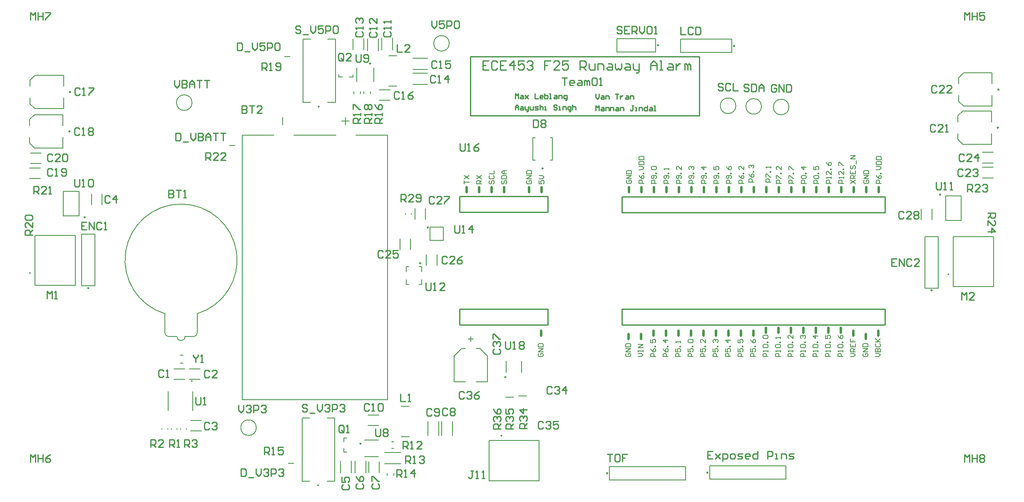
<source format=gto>
G04*
G04 #@! TF.GenerationSoftware,Altium Limited,Altium Designer,25.8.1 (18)*
G04*
G04 Layer_Color=65535*
%FSLAX44Y44*%
%MOMM*%
G71*
G04*
G04 #@! TF.SameCoordinates,3252FE53-E486-4FD3-897B-B0AFD7199433*
G04*
G04*
G04 #@! TF.FilePolarity,Positive*
G04*
G01*
G75*
%ADD10C,0.2000*%
%ADD11C,0.2500*%
%ADD12C,0.2540*%
%ADD13C,0.1270*%
%ADD14C,0.5080*%
%ADD15C,0.1524*%
%ADD16R,1.2000X0.2000*%
D10*
X1456030Y814070D02*
G03*
X1456030Y814070I-15850J0D01*
G01*
X21120Y473710D02*
G03*
X21120Y473710I-1000J0D01*
G01*
X1889290Y471170D02*
G03*
X1889290Y471170I-1000J0D01*
G01*
X980170Y142440D02*
G03*
X980170Y142440I-1000J0D01*
G01*
X360503Y390881D02*
G03*
X294504Y390880I-33001J109119D01*
G01*
X319502Y344000D02*
G03*
X335502Y344000I8000J0D01*
G01*
X294502Y352000D02*
G03*
X302502Y344000I8000J0D01*
G01*
X294506Y390880D02*
G03*
X294502Y390879I-2J0D01*
G01*
X352502Y344000D02*
G03*
X360502Y352000I0J8000D01*
G01*
X360504Y390881D02*
G03*
X360502Y390880I-1J0D01*
G01*
X608330Y812180D02*
G03*
X608330Y812180I-1000J0D01*
G01*
X350440Y253760D02*
G03*
X350440Y253760I-1000J0D01*
G01*
X1508100Y812800D02*
G03*
X1508100Y812800I-15850J0D01*
G01*
X349860Y820420D02*
G03*
X349860Y820420I-15850J0D01*
G01*
X480670Y158750D02*
G03*
X480670Y158750I-15850J0D01*
G01*
X873100Y941070D02*
G03*
X873100Y941070I-15850J0D01*
G01*
X1563980Y811530D02*
G03*
X1563980Y811530I-15850J0D01*
G01*
X607060Y41290D02*
G03*
X607060Y41290I-1000J0D01*
G01*
X1343430Y922540D02*
Y949440D01*
Y922540D02*
X1448030D01*
Y949440D01*
X1343430D02*
X1448030D01*
X1840750Y547600D02*
X1867650D01*
X1840750Y443000D02*
Y547600D01*
Y443000D02*
X1867650D01*
Y547600D01*
X701010Y133840D02*
X729010D01*
X701010Y99840D02*
X729010D01*
X794340Y521130D02*
Y543130D01*
X772840Y521130D02*
Y543130D01*
X882940Y251750D02*
Y304250D01*
Y251750D02*
X905940D01*
X898440Y319750D02*
X905940D01*
X882940Y304250D02*
X898440Y319750D01*
X935440D02*
X950940Y304250D01*
X927940Y319750D02*
X935440D01*
X927940Y251750D02*
X950940D01*
Y304250D01*
X987680Y220980D02*
X1003680D01*
X1014350Y223520D02*
X1030350D01*
X784190Y593360D02*
Y595360D01*
X795690Y593360D02*
Y595360D01*
X833590Y567220D02*
X860590D01*
Y540220D02*
Y567220D01*
X833590Y540220D02*
X860590D01*
X833590D02*
Y567220D01*
X785620Y450380D02*
X790620D01*
X817120Y476880D02*
Y486880D01*
X785620D02*
X790620D01*
X812120D02*
X817120D01*
X812120Y450380D02*
X817120D01*
Y460380D01*
X785620Y450380D02*
Y460380D01*
Y476880D02*
Y486880D01*
X335502Y344000D02*
X352502D01*
X302502D02*
X319502D01*
X294502Y352000D02*
Y390879D01*
X360502Y352000D02*
Y390880D01*
X145460Y612570D02*
Y634570D01*
X166960Y612570D02*
Y634570D01*
X1854790Y582090D02*
Y604090D01*
X1833290Y582090D02*
Y604090D01*
X803320Y583480D02*
Y605480D01*
X824820Y583480D02*
Y605480D01*
X847931Y489000D02*
Y511000D01*
X826431Y489000D02*
Y511000D01*
X750440Y854190D02*
X765940D01*
X750440Y916190D02*
X765940D01*
X757760Y927509D02*
Y952091D01*
X735760Y927509D02*
Y952091D01*
X799539Y910441D02*
X828601D01*
X799539Y887879D02*
X828601D01*
X692550Y838490D02*
Y842990D01*
X679050Y838490D02*
Y842990D01*
X712870Y838490D02*
Y842990D01*
X699370Y838490D02*
Y842990D01*
X685310Y863570D02*
Y891570D01*
X719310Y863570D02*
Y891570D01*
X730680Y824910D02*
X752680D01*
X730680Y846410D02*
X752680D01*
X799539Y879961D02*
X828601D01*
X799539Y857399D02*
X828601D01*
X728550Y926239D02*
Y950821D01*
X706550Y926239D02*
Y950821D01*
X677590Y928800D02*
Y950800D01*
X699090Y928800D02*
Y950800D01*
X677440Y872340D02*
Y877563D01*
X648440Y872340D02*
X656256D01*
X669624D02*
X677440D01*
X648440D02*
Y877563D01*
X746360Y61250D02*
Y65750D01*
X759860Y61250D02*
Y65750D01*
X741659Y107831D02*
X774721D01*
X741659Y85209D02*
X774721D01*
X852021Y142949D02*
Y172011D01*
X829459Y142949D02*
Y172011D01*
X775840Y140450D02*
X791340D01*
X775840Y202450D02*
X791340D01*
X707820Y163240D02*
X729820D01*
X707820Y184740D02*
X729820D01*
X755940Y129940D02*
X760440D01*
X755940Y116440D02*
X760440D01*
X681150Y66449D02*
Y91031D01*
X703150Y66449D02*
Y91031D01*
X651940Y66449D02*
Y91031D01*
X673940Y66449D02*
Y91031D01*
X730840Y67740D02*
Y89740D01*
X709340Y67740D02*
Y89740D01*
X338490Y155210D02*
Y157210D01*
X326990Y155210D02*
Y157210D01*
X319440Y155210D02*
Y157210D01*
X307940Y155210D02*
Y157210D01*
X300390Y155210D02*
Y157210D01*
X288890Y155210D02*
Y157210D01*
X347140Y173310D02*
X369140D01*
X347140Y151810D02*
X369140D01*
X325680Y290450D02*
X332180D01*
X325680Y306450D02*
X332180D01*
X312970Y257220D02*
X334970D01*
X312970Y278720D02*
X334970D01*
X344600D02*
X366600D01*
X344600Y257220D02*
X366600D01*
X1975830Y781370D02*
Y803620D01*
Y735620D02*
Y757870D01*
X1917830Y735620D02*
X1975830D01*
X1917830Y803620D02*
X1975830D01*
X1907830Y745620D02*
Y757620D01*
Y781620D02*
Y793620D01*
Y745620D02*
X1917830Y735620D01*
X1907830Y793620D02*
X1917830Y803620D01*
X1977100Y858840D02*
Y881090D01*
Y813090D02*
Y835340D01*
X1919100Y813090D02*
X1977100D01*
X1919100Y881090D02*
X1977100D01*
X1909100Y823090D02*
Y835090D01*
Y859090D02*
Y871090D01*
Y823090D02*
X1919100Y813090D01*
X1909100Y871090D02*
X1919100Y881090D01*
X1957500Y719410D02*
X1979500D01*
X1957447Y697833D02*
X1979447D01*
X1957380Y688930D02*
X1979380D01*
X1957327Y667353D02*
X1979327D01*
X88140Y639680D02*
X120140D01*
X88140Y589680D02*
X120140D01*
X88140D02*
Y639680D01*
X120140Y589680D02*
Y639680D01*
X19340Y786000D02*
X29340Y796000D01*
X19340Y738000D02*
X29340Y728000D01*
X19340Y774000D02*
Y786000D01*
Y738000D02*
Y750000D01*
X29340Y796000D02*
X87340D01*
X29340Y728000D02*
X87340D01*
Y750250D01*
Y773750D02*
Y796000D01*
X88610Y853760D02*
Y876010D01*
Y808010D02*
Y830260D01*
X30610Y808010D02*
X88610D01*
X30610Y876010D02*
X88610D01*
X20610Y818010D02*
Y830010D01*
Y854010D02*
Y866010D01*
Y818010D02*
X30610Y808010D01*
X20610Y866010D02*
X30610Y876010D01*
X20750Y718140D02*
X42750D01*
X20697Y696563D02*
X42697D01*
X19480Y687660D02*
X41480D01*
X19427Y666083D02*
X41427D01*
X1882650Y580790D02*
Y630790D01*
X1914650Y580790D02*
Y630790D01*
X1882650D02*
X1914650D01*
X1882650Y580790D02*
X1914650D01*
X989070Y271710D02*
Y294710D01*
X1020070Y271710D02*
Y294710D01*
X152109Y447700D02*
Y552300D01*
X125209Y447700D02*
X152109D01*
X125209D02*
Y552300D01*
X152109D01*
X1043290Y703590D02*
X1047740D01*
X1078240D02*
X1082690D01*
Y749290D01*
X1043290D02*
X1047740D01*
X1078240D02*
X1082690D01*
X1043290Y703590D02*
Y749290D01*
X658980Y137690D02*
X664203D01*
X658980Y108690D02*
Y116506D01*
Y129874D02*
Y137690D01*
Y108690D02*
X664203D01*
X857399Y142949D02*
Y172011D01*
X879961Y142949D02*
Y172011D01*
X1213890Y923810D02*
Y950710D01*
Y923810D02*
X1293090D01*
Y950710D01*
X1213890D02*
X1293090D01*
X1402740Y53978D02*
X1558140D01*
X1402740D02*
Y80878D01*
X1558140D01*
Y53978D02*
Y80878D01*
X1198650Y52590D02*
X1354050D01*
X1198650D02*
Y79490D01*
X1354050D01*
Y52590D02*
Y79490D01*
X1740031Y303380D02*
X1746696D01*
X1750028Y306712D01*
X1746696Y310044D01*
X1740031D01*
Y313377D02*
X1750028D01*
Y318375D01*
X1748362Y320041D01*
X1746696D01*
X1745029Y318375D01*
Y313377D01*
Y318375D01*
X1743363Y320041D01*
X1741697D01*
X1740031Y318375D01*
Y313377D01*
X1741697Y330038D02*
X1740031Y328372D01*
Y325040D01*
X1741697Y323374D01*
X1748362D01*
X1750028Y325040D01*
Y328372D01*
X1748362Y330038D01*
X1740031Y333370D02*
X1750028D01*
X1746696D01*
X1740031Y340035D01*
X1745029Y335037D01*
X1750028Y340035D01*
X1751298Y655770D02*
X1741301D01*
Y660768D01*
X1742967Y662434D01*
X1746299D01*
X1747966Y660768D01*
Y655770D01*
X1741301Y672431D02*
X1742967Y669099D01*
X1746299Y665767D01*
X1749632D01*
X1751298Y667433D01*
Y670765D01*
X1749632Y672431D01*
X1747966D01*
X1746299Y670765D01*
Y665767D01*
X1751298Y675763D02*
X1749632D01*
Y677430D01*
X1751298D01*
Y675763D01*
X1741301Y684094D02*
X1747966D01*
X1751298Y687426D01*
X1747966Y690759D01*
X1741301D01*
Y694091D02*
X1751298D01*
Y699089D01*
X1749632Y700755D01*
X1742967D01*
X1741301Y699089D01*
Y694091D01*
Y704088D02*
X1751298D01*
Y709086D01*
X1749632Y710752D01*
X1742967D01*
X1741301Y709086D01*
Y704088D01*
X1717567Y662434D02*
X1715901Y660768D01*
Y657436D01*
X1717567Y655770D01*
X1724232D01*
X1725898Y657436D01*
Y660768D01*
X1724232Y662434D01*
X1720900D01*
Y659102D01*
X1725898Y665767D02*
X1715901D01*
X1725898Y672431D01*
X1715901D01*
Y675764D02*
X1725898D01*
Y680762D01*
X1724232Y682428D01*
X1717567D01*
X1715901Y680762D01*
Y675764D01*
X1688835Y655770D02*
X1698832Y662434D01*
X1688835D02*
X1698832Y655770D01*
Y665767D02*
X1688835D01*
Y670765D01*
X1690501Y672431D01*
X1693833D01*
X1695500Y670765D01*
Y665767D01*
Y669099D02*
X1698832Y672431D01*
X1688835Y682428D02*
Y675764D01*
X1698832D01*
Y682428D01*
X1693833Y675764D02*
Y679096D01*
X1690501Y692425D02*
X1688835Y690759D01*
Y687427D01*
X1690501Y685760D01*
X1692167D01*
X1693833Y687427D01*
Y690759D01*
X1695500Y692425D01*
X1697166D01*
X1698832Y690759D01*
Y687427D01*
X1697166Y685760D01*
X1700498Y695757D02*
Y702422D01*
X1698832Y705754D02*
X1688835D01*
X1698832Y712418D01*
X1688835D01*
X1675098Y655770D02*
X1665101D01*
Y660768D01*
X1666767Y662434D01*
X1670099D01*
X1671766Y660768D01*
Y655770D01*
X1675098Y665767D02*
Y669099D01*
Y667433D01*
X1665101D01*
X1666767Y665767D01*
X1675098Y680762D02*
Y674097D01*
X1668433Y680762D01*
X1666767D01*
X1665101Y679096D01*
Y675763D01*
X1666767Y674097D01*
X1675098Y684094D02*
X1673432D01*
Y685760D01*
X1675098D01*
Y684094D01*
X1665101Y692425D02*
Y699089D01*
X1666767D01*
X1673432Y692425D01*
X1675098D01*
X1649698Y655770D02*
X1639701D01*
Y660768D01*
X1641367Y662434D01*
X1644700D01*
X1646366Y660768D01*
Y655770D01*
X1649698Y665767D02*
Y669099D01*
Y667433D01*
X1639701D01*
X1641367Y665767D01*
X1649698Y680762D02*
Y674097D01*
X1643033Y680762D01*
X1641367D01*
X1639701Y679096D01*
Y675763D01*
X1641367Y674097D01*
X1649698Y684094D02*
X1648032D01*
Y685760D01*
X1649698D01*
Y684094D01*
X1639701Y699089D02*
X1641367Y695757D01*
X1644700Y692425D01*
X1648032D01*
X1649698Y694091D01*
Y697423D01*
X1648032Y699089D01*
X1646366D01*
X1644700Y697423D01*
Y692425D01*
X1624298Y655770D02*
X1614301D01*
Y660768D01*
X1615967Y662434D01*
X1619299D01*
X1620966Y660768D01*
Y655770D01*
X1615967Y665767D02*
X1614301Y667433D01*
Y670765D01*
X1615967Y672431D01*
X1622632D01*
X1624298Y670765D01*
Y667433D01*
X1622632Y665767D01*
X1615967D01*
X1624298Y675763D02*
X1622632D01*
Y677430D01*
X1624298D01*
Y675763D01*
X1614301Y690759D02*
Y684094D01*
X1619299D01*
X1617633Y687426D01*
Y689093D01*
X1619299Y690759D01*
X1622632D01*
X1624298Y689093D01*
Y685760D01*
X1622632Y684094D01*
X1598898Y655770D02*
X1588901D01*
Y660768D01*
X1590567Y662434D01*
X1593900D01*
X1595566Y660768D01*
Y655770D01*
X1590567Y665767D02*
X1588901Y667433D01*
Y670765D01*
X1590567Y672431D01*
X1597232D01*
X1598898Y670765D01*
Y667433D01*
X1597232Y665767D01*
X1590567D01*
X1598898Y675763D02*
X1597232D01*
Y677430D01*
X1598898D01*
Y675763D01*
Y689093D02*
X1588901D01*
X1593900Y684094D01*
Y690759D01*
X1573498Y655770D02*
X1563501D01*
Y660768D01*
X1565167Y662434D01*
X1568499D01*
X1570166Y660768D01*
Y655770D01*
X1563501Y665767D02*
Y672431D01*
X1565167D01*
X1571832Y665767D01*
X1573498D01*
Y675763D02*
X1571832D01*
Y677430D01*
X1573498D01*
Y675763D01*
X1563501Y684094D02*
Y690759D01*
X1565167D01*
X1571832Y684094D01*
X1573498D01*
X1548098Y655770D02*
X1538101D01*
Y660768D01*
X1539767Y662434D01*
X1543100D01*
X1544766Y660768D01*
Y655770D01*
X1538101Y665767D02*
Y672431D01*
X1539767D01*
X1546432Y665767D01*
X1548098D01*
Y675763D02*
X1546432D01*
Y677430D01*
X1548098D01*
Y675763D01*
Y690759D02*
Y684094D01*
X1541433Y690759D01*
X1539767D01*
X1538101Y689093D01*
Y685760D01*
X1539767Y684094D01*
X1527080Y658590D02*
X1517083D01*
Y663588D01*
X1518749Y665255D01*
X1522082D01*
X1523748Y663588D01*
Y658590D01*
X1517083Y668587D02*
Y675251D01*
X1518749D01*
X1525414Y668587D01*
X1527080D01*
Y678584D02*
X1525414D01*
Y680250D01*
X1527080D01*
Y678584D01*
Y686914D02*
Y690246D01*
Y688580D01*
X1517083D01*
X1518749Y686914D01*
X1492790Y658590D02*
X1482793D01*
Y663588D01*
X1484459Y665255D01*
X1487792D01*
X1489458Y663588D01*
Y658590D01*
X1482793Y675251D02*
X1484459Y671919D01*
X1487792Y668587D01*
X1491124D01*
X1492790Y670253D01*
Y673585D01*
X1491124Y675251D01*
X1489458D01*
X1487792Y673585D01*
Y668587D01*
X1492790Y678584D02*
X1491124D01*
Y680250D01*
X1492790D01*
Y678584D01*
X1484459Y686914D02*
X1482793Y688580D01*
Y691913D01*
X1484459Y693579D01*
X1486125D01*
X1487792Y691913D01*
Y690246D01*
Y691913D01*
X1489458Y693579D01*
X1491124D01*
X1492790Y691913D01*
Y688580D01*
X1491124Y686914D01*
X1471898Y655770D02*
X1461901D01*
Y660768D01*
X1463567Y662434D01*
X1466900D01*
X1468566Y660768D01*
Y655770D01*
X1461901Y672431D02*
X1463567Y669099D01*
X1466900Y665767D01*
X1470232D01*
X1471898Y667433D01*
Y670765D01*
X1470232Y672431D01*
X1468566D01*
X1466900Y670765D01*
Y665767D01*
X1471898Y675763D02*
X1470232D01*
Y677430D01*
X1471898D01*
Y675763D01*
Y690759D02*
Y684094D01*
X1465233Y690759D01*
X1463567D01*
X1461901Y689093D01*
Y685760D01*
X1463567Y684094D01*
X1446498Y655770D02*
X1436501D01*
Y660768D01*
X1438167Y662434D01*
X1441499D01*
X1443166Y660768D01*
Y655770D01*
X1444832Y665767D02*
X1446498Y667433D01*
Y670765D01*
X1444832Y672431D01*
X1438167D01*
X1436501Y670765D01*
Y667433D01*
X1438167Y665767D01*
X1439833D01*
X1441499Y667433D01*
Y672431D01*
X1446498Y675763D02*
X1444832D01*
Y677430D01*
X1446498D01*
Y675763D01*
X1436501Y690759D02*
X1438167Y687426D01*
X1441499Y684094D01*
X1444832D01*
X1446498Y685760D01*
Y689093D01*
X1444832Y690759D01*
X1443166D01*
X1441499Y689093D01*
Y684094D01*
X1421098Y655770D02*
X1411101D01*
Y660768D01*
X1412767Y662434D01*
X1416100D01*
X1417766Y660768D01*
Y655770D01*
X1419432Y665767D02*
X1421098Y667433D01*
Y670765D01*
X1419432Y672431D01*
X1412767D01*
X1411101Y670765D01*
Y667433D01*
X1412767Y665767D01*
X1414433D01*
X1416100Y667433D01*
Y672431D01*
X1421098Y675763D02*
X1419432D01*
Y677430D01*
X1421098D01*
Y675763D01*
X1411101Y690759D02*
Y684094D01*
X1416100D01*
X1414433Y687426D01*
Y689093D01*
X1416100Y690759D01*
X1419432D01*
X1421098Y689093D01*
Y685760D01*
X1419432Y684094D01*
X1395698Y655770D02*
X1385701D01*
Y660768D01*
X1387367Y662434D01*
X1390699D01*
X1392366Y660768D01*
Y655770D01*
X1394032Y665767D02*
X1395698Y667433D01*
Y670765D01*
X1394032Y672431D01*
X1387367D01*
X1385701Y670765D01*
Y667433D01*
X1387367Y665767D01*
X1389033D01*
X1390699Y667433D01*
Y672431D01*
X1395698Y675763D02*
X1394032D01*
Y677430D01*
X1395698D01*
Y675763D01*
Y689093D02*
X1385701D01*
X1390699Y684094D01*
Y690759D01*
X1370298Y655770D02*
X1360301D01*
Y660768D01*
X1361967Y662434D01*
X1365300D01*
X1366966Y660768D01*
Y655770D01*
X1368632Y665767D02*
X1370298Y667433D01*
Y670765D01*
X1368632Y672431D01*
X1361967D01*
X1360301Y670765D01*
Y667433D01*
X1361967Y665767D01*
X1363633D01*
X1365300Y667433D01*
Y672431D01*
X1370298Y675763D02*
X1368632D01*
Y677430D01*
X1370298D01*
Y675763D01*
X1361967Y684094D02*
X1360301Y685760D01*
Y689093D01*
X1361967Y690759D01*
X1363633D01*
X1365300Y689093D01*
Y687426D01*
Y689093D01*
X1366966Y690759D01*
X1368632D01*
X1370298Y689093D01*
Y685760D01*
X1368632Y684094D01*
X1344898Y655770D02*
X1334901D01*
Y660768D01*
X1336567Y662434D01*
X1339899D01*
X1341566Y660768D01*
Y655770D01*
X1343232Y665767D02*
X1344898Y667433D01*
Y670765D01*
X1343232Y672431D01*
X1336567D01*
X1334901Y670765D01*
Y667433D01*
X1336567Y665767D01*
X1338233D01*
X1339899Y667433D01*
Y672431D01*
X1344898Y675763D02*
X1343232D01*
Y677430D01*
X1344898D01*
Y675763D01*
Y690759D02*
Y684094D01*
X1338233Y690759D01*
X1336567D01*
X1334901Y689093D01*
Y685760D01*
X1336567Y684094D01*
X1319498Y655770D02*
X1309501D01*
Y660768D01*
X1311167Y662434D01*
X1314500D01*
X1316166Y660768D01*
Y655770D01*
X1317832Y665767D02*
X1319498Y667433D01*
Y670765D01*
X1317832Y672431D01*
X1311167D01*
X1309501Y670765D01*
Y667433D01*
X1311167Y665767D01*
X1312833D01*
X1314500Y667433D01*
Y672431D01*
X1319498Y675763D02*
X1317832D01*
Y677430D01*
X1319498D01*
Y675763D01*
Y684094D02*
Y687426D01*
Y685760D01*
X1309501D01*
X1311167Y684094D01*
X1294098Y655770D02*
X1284101D01*
Y660768D01*
X1285767Y662434D01*
X1289099D01*
X1290766Y660768D01*
Y655770D01*
X1292432Y665767D02*
X1294098Y667433D01*
Y670765D01*
X1292432Y672431D01*
X1285767D01*
X1284101Y670765D01*
Y667433D01*
X1285767Y665767D01*
X1287433D01*
X1289099Y667433D01*
Y672431D01*
X1294098Y675763D02*
X1292432D01*
Y677430D01*
X1294098D01*
Y675763D01*
X1285767Y684094D02*
X1284101Y685760D01*
Y689093D01*
X1285767Y690759D01*
X1292432D01*
X1294098Y689093D01*
Y685760D01*
X1292432Y684094D01*
X1285767D01*
X1268698Y655770D02*
X1258701D01*
Y660768D01*
X1260367Y662434D01*
X1263699D01*
X1265366Y660768D01*
Y655770D01*
X1258701Y672431D02*
X1260367Y669099D01*
X1263699Y665767D01*
X1267032D01*
X1268698Y667433D01*
Y670765D01*
X1267032Y672431D01*
X1265366D01*
X1263699Y670765D01*
Y665767D01*
X1268698Y675763D02*
X1267032D01*
Y677430D01*
X1268698D01*
Y675763D01*
X1258701Y684094D02*
X1265366D01*
X1268698Y687426D01*
X1265366Y690759D01*
X1258701D01*
Y694091D02*
X1268698D01*
Y699089D01*
X1267032Y700755D01*
X1260367D01*
X1258701Y699089D01*
Y694091D01*
Y704088D02*
X1268698D01*
Y709086D01*
X1267032Y710752D01*
X1260367D01*
X1258701Y709086D01*
Y704088D01*
X1234967Y662434D02*
X1233301Y660768D01*
Y657436D01*
X1234967Y655770D01*
X1241632D01*
X1243298Y657436D01*
Y660768D01*
X1241632Y662434D01*
X1238299D01*
Y659102D01*
X1243298Y665767D02*
X1233301D01*
X1243298Y672431D01*
X1233301D01*
Y675764D02*
X1243298D01*
Y680762D01*
X1241632Y682428D01*
X1234967D01*
X1233301Y680762D01*
Y675764D01*
X1055501Y661834D02*
Y655170D01*
X1060499D01*
X1058833Y658502D01*
Y660168D01*
X1060499Y661834D01*
X1063832D01*
X1065498Y660168D01*
Y656836D01*
X1063832Y655170D01*
X1055501Y665167D02*
X1062166D01*
X1065498Y668499D01*
X1062166Y671831D01*
X1055501D01*
X1031767Y661834D02*
X1030101Y660168D01*
Y656836D01*
X1031767Y655170D01*
X1038432D01*
X1040098Y656836D01*
Y660168D01*
X1038432Y661834D01*
X1035099D01*
Y658502D01*
X1040098Y665167D02*
X1030101D01*
X1040098Y671831D01*
X1030101D01*
Y675164D02*
X1040098D01*
Y680162D01*
X1038432Y681828D01*
X1031767D01*
X1030101Y680162D01*
Y675164D01*
X980967Y661834D02*
X979301Y660168D01*
Y656836D01*
X980967Y655170D01*
X982633D01*
X984299Y656836D01*
Y660168D01*
X985966Y661834D01*
X987632D01*
X989298Y660168D01*
Y656836D01*
X987632Y655170D01*
X979301Y665167D02*
X989298D01*
Y670165D01*
X987632Y671831D01*
X980967D01*
X979301Y670165D01*
Y665167D01*
X989298Y675164D02*
X982633D01*
X979301Y678496D01*
X982633Y681828D01*
X989298D01*
X984299D01*
Y675164D01*
X955567Y661834D02*
X953901Y660168D01*
Y656836D01*
X955567Y655170D01*
X957233D01*
X958900Y656836D01*
Y660168D01*
X960566Y661834D01*
X962232D01*
X963898Y660168D01*
Y656836D01*
X962232Y655170D01*
X955567Y671831D02*
X953901Y670165D01*
Y666833D01*
X955567Y665167D01*
X962232D01*
X963898Y666833D01*
Y670165D01*
X962232Y671831D01*
X953901Y675164D02*
X963898D01*
Y681828D01*
X938498Y655170D02*
X928501D01*
Y660168D01*
X930167Y661834D01*
X933500D01*
X935166Y660168D01*
Y655170D01*
Y658502D02*
X938498Y661834D01*
X928501Y665167D02*
X938498Y671831D01*
X928501D02*
X938498Y665167D01*
X903101Y655170D02*
Y661834D01*
Y658502D01*
X913098D01*
X903101Y665167D02*
X913098Y671831D01*
X903101D02*
X913098Y665167D01*
X1716297Y310044D02*
X1714631Y308378D01*
Y305046D01*
X1716297Y303380D01*
X1722962D01*
X1724628Y305046D01*
Y308378D01*
X1722962Y310044D01*
X1719630D01*
Y306712D01*
X1724628Y313377D02*
X1714631D01*
X1724628Y320041D01*
X1714631D01*
Y323374D02*
X1724628D01*
Y328372D01*
X1722962Y330038D01*
X1716297D01*
X1714631Y328372D01*
Y323374D01*
X1689231Y303380D02*
X1695896D01*
X1699228Y306712D01*
X1695896Y310044D01*
X1689231D01*
X1699228Y313377D02*
X1689231D01*
Y318375D01*
X1690897Y320041D01*
X1694229D01*
X1695896Y318375D01*
Y313377D01*
Y316709D02*
X1699228Y320041D01*
X1689231Y330038D02*
Y323374D01*
X1699228D01*
Y330038D01*
X1694229Y323374D02*
Y326706D01*
X1689231Y340035D02*
Y333370D01*
X1694229D01*
Y336703D01*
Y333370D01*
X1699228D01*
X1673828Y303380D02*
X1663831D01*
Y308378D01*
X1665497Y310044D01*
X1668829D01*
X1670496Y308378D01*
Y303380D01*
X1673828Y313377D02*
Y316709D01*
Y315043D01*
X1663831D01*
X1665497Y313377D01*
Y321707D02*
X1663831Y323373D01*
Y326706D01*
X1665497Y328372D01*
X1672162D01*
X1673828Y326706D01*
Y323373D01*
X1672162Y321707D01*
X1665497D01*
X1673828Y331704D02*
X1672162D01*
Y333370D01*
X1673828D01*
Y331704D01*
X1663831Y346699D02*
X1665497Y343367D01*
X1668829Y340035D01*
X1672162D01*
X1673828Y341701D01*
Y345033D01*
X1672162Y346699D01*
X1670496D01*
X1668829Y345033D01*
Y340035D01*
X1648428Y303380D02*
X1638431D01*
Y308378D01*
X1640097Y310044D01*
X1643430D01*
X1645096Y308378D01*
Y303380D01*
X1648428Y313377D02*
Y316709D01*
Y315043D01*
X1638431D01*
X1640097Y313377D01*
Y321707D02*
X1638431Y323373D01*
Y326706D01*
X1640097Y328372D01*
X1646762D01*
X1648428Y326706D01*
Y323373D01*
X1646762Y321707D01*
X1640097D01*
X1648428Y331704D02*
X1646762D01*
Y333370D01*
X1648428D01*
Y331704D01*
X1638431Y346699D02*
Y340035D01*
X1643430D01*
X1641763Y343367D01*
Y345033D01*
X1643430Y346699D01*
X1646762D01*
X1648428Y345033D01*
Y341701D01*
X1646762Y340035D01*
X1623028Y303380D02*
X1613031D01*
Y308378D01*
X1614697Y310044D01*
X1618029D01*
X1619696Y308378D01*
Y303380D01*
X1623028Y313377D02*
Y316709D01*
Y315043D01*
X1613031D01*
X1614697Y313377D01*
Y321707D02*
X1613031Y323373D01*
Y326706D01*
X1614697Y328372D01*
X1621362D01*
X1623028Y326706D01*
Y323373D01*
X1621362Y321707D01*
X1614697D01*
X1623028Y331704D02*
X1621362D01*
Y333370D01*
X1623028D01*
Y331704D01*
Y345033D02*
X1613031D01*
X1618029Y340035D01*
Y346699D01*
X1597628Y303380D02*
X1587631D01*
Y308378D01*
X1589297Y310044D01*
X1592630D01*
X1594296Y308378D01*
Y303380D01*
X1597628Y313377D02*
Y316709D01*
Y315043D01*
X1587631D01*
X1589297Y313377D01*
Y321707D02*
X1587631Y323373D01*
Y326706D01*
X1589297Y328372D01*
X1595962D01*
X1597628Y326706D01*
Y323373D01*
X1595962Y321707D01*
X1589297D01*
X1597628Y331704D02*
X1595962D01*
Y333370D01*
X1597628D01*
Y331704D01*
X1589297Y340035D02*
X1587631Y341701D01*
Y345033D01*
X1589297Y346699D01*
X1590963D01*
X1592630Y345033D01*
Y343367D01*
Y345033D01*
X1594296Y346699D01*
X1595962D01*
X1597628Y345033D01*
Y341701D01*
X1595962Y340035D01*
X1572228Y303380D02*
X1562231D01*
Y308378D01*
X1563897Y310044D01*
X1567229D01*
X1568896Y308378D01*
Y303380D01*
X1572228Y313377D02*
Y316709D01*
Y315043D01*
X1562231D01*
X1563897Y313377D01*
Y321707D02*
X1562231Y323373D01*
Y326706D01*
X1563897Y328372D01*
X1570562D01*
X1572228Y326706D01*
Y323373D01*
X1570562Y321707D01*
X1563897D01*
X1572228Y331704D02*
X1570562D01*
Y333370D01*
X1572228D01*
Y331704D01*
Y346699D02*
Y340035D01*
X1565563Y346699D01*
X1563897D01*
X1562231Y345033D01*
Y341701D01*
X1563897Y340035D01*
X1546828Y303380D02*
X1536831D01*
Y308378D01*
X1538497Y310044D01*
X1541830D01*
X1543496Y308378D01*
Y303380D01*
X1546828Y313377D02*
Y316709D01*
Y315043D01*
X1536831D01*
X1538497Y313377D01*
Y321707D02*
X1536831Y323373D01*
Y326706D01*
X1538497Y328372D01*
X1545162D01*
X1546828Y326706D01*
Y323373D01*
X1545162Y321707D01*
X1538497D01*
X1546828Y331704D02*
X1545162D01*
Y333370D01*
X1546828D01*
Y331704D01*
Y340035D02*
Y343367D01*
Y341701D01*
X1536831D01*
X1538497Y340035D01*
X1521428Y303380D02*
X1511431D01*
Y308378D01*
X1513097Y310044D01*
X1516429D01*
X1518096Y308378D01*
Y303380D01*
X1521428Y313377D02*
Y316709D01*
Y315043D01*
X1511431D01*
X1513097Y313377D01*
Y321707D02*
X1511431Y323373D01*
Y326706D01*
X1513097Y328372D01*
X1519762D01*
X1521428Y326706D01*
Y323373D01*
X1519762Y321707D01*
X1513097D01*
X1521428Y331704D02*
X1519762D01*
Y333370D01*
X1521428D01*
Y331704D01*
X1513097Y340035D02*
X1511431Y341701D01*
Y345033D01*
X1513097Y346699D01*
X1519762D01*
X1521428Y345033D01*
Y341701D01*
X1519762Y340035D01*
X1513097D01*
X1496028Y303380D02*
X1486031D01*
Y308378D01*
X1487697Y310044D01*
X1491030D01*
X1492696Y308378D01*
Y303380D01*
X1486031Y320041D02*
Y313377D01*
X1491030D01*
X1489363Y316709D01*
Y318375D01*
X1491030Y320041D01*
X1494362D01*
X1496028Y318375D01*
Y315043D01*
X1494362Y313377D01*
X1496028Y323373D02*
X1494362D01*
Y325040D01*
X1496028D01*
Y323373D01*
X1486031Y338369D02*
X1487697Y335036D01*
X1491030Y331704D01*
X1494362D01*
X1496028Y333370D01*
Y336703D01*
X1494362Y338369D01*
X1492696D01*
X1491030Y336703D01*
Y331704D01*
X1470628Y303380D02*
X1460631D01*
Y308378D01*
X1462297Y310044D01*
X1465629D01*
X1467296Y308378D01*
Y303380D01*
X1460631Y320041D02*
Y313377D01*
X1465629D01*
X1463963Y316709D01*
Y318375D01*
X1465629Y320041D01*
X1468962D01*
X1470628Y318375D01*
Y315043D01*
X1468962Y313377D01*
X1470628Y323373D02*
X1468962D01*
Y325040D01*
X1470628D01*
Y323373D01*
X1460631Y338369D02*
Y331704D01*
X1465629D01*
X1463963Y335036D01*
Y336703D01*
X1465629Y338369D01*
X1468962D01*
X1470628Y336703D01*
Y333370D01*
X1468962Y331704D01*
X1445228Y303380D02*
X1435231D01*
Y308378D01*
X1436897Y310044D01*
X1440229D01*
X1441896Y308378D01*
Y303380D01*
X1435231Y320041D02*
Y313377D01*
X1440229D01*
X1438563Y316709D01*
Y318375D01*
X1440229Y320041D01*
X1443562D01*
X1445228Y318375D01*
Y315043D01*
X1443562Y313377D01*
X1445228Y323373D02*
X1443562D01*
Y325040D01*
X1445228D01*
Y323373D01*
Y336703D02*
X1435231D01*
X1440229Y331704D01*
Y338369D01*
X1419828Y303380D02*
X1409831D01*
Y308378D01*
X1411497Y310044D01*
X1414830D01*
X1416496Y308378D01*
Y303380D01*
X1409831Y320041D02*
Y313377D01*
X1414830D01*
X1413163Y316709D01*
Y318375D01*
X1414830Y320041D01*
X1418162D01*
X1419828Y318375D01*
Y315043D01*
X1418162Y313377D01*
X1419828Y323373D02*
X1418162D01*
Y325040D01*
X1419828D01*
Y323373D01*
X1411497Y331704D02*
X1409831Y333370D01*
Y336703D01*
X1411497Y338369D01*
X1413163D01*
X1414830Y336703D01*
Y335036D01*
Y336703D01*
X1416496Y338369D01*
X1418162D01*
X1419828Y336703D01*
Y333370D01*
X1418162Y331704D01*
X1394428Y303380D02*
X1384431D01*
Y308378D01*
X1386097Y310044D01*
X1389429D01*
X1391096Y308378D01*
Y303380D01*
X1384431Y320041D02*
Y313377D01*
X1389429D01*
X1387763Y316709D01*
Y318375D01*
X1389429Y320041D01*
X1392762D01*
X1394428Y318375D01*
Y315043D01*
X1392762Y313377D01*
X1394428Y323373D02*
X1392762D01*
Y325040D01*
X1394428D01*
Y323373D01*
Y338369D02*
Y331704D01*
X1387763Y338369D01*
X1386097D01*
X1384431Y336703D01*
Y333370D01*
X1386097Y331704D01*
X1369028Y303380D02*
X1359031D01*
Y308378D01*
X1360697Y310044D01*
X1364030D01*
X1365696Y308378D01*
Y303380D01*
X1359031Y320041D02*
Y313377D01*
X1364030D01*
X1362363Y316709D01*
Y318375D01*
X1364030Y320041D01*
X1367362D01*
X1369028Y318375D01*
Y315043D01*
X1367362Y313377D01*
X1369028Y323373D02*
X1367362D01*
Y325040D01*
X1369028D01*
Y323373D01*
X1360697Y331704D02*
X1359031Y333370D01*
Y336703D01*
X1360697Y338369D01*
X1367362D01*
X1369028Y336703D01*
Y333370D01*
X1367362Y331704D01*
X1360697D01*
X1343628Y303380D02*
X1333631D01*
Y308378D01*
X1335297Y310044D01*
X1338629D01*
X1340296Y308378D01*
Y303380D01*
X1333631Y320041D02*
Y313377D01*
X1338629D01*
X1336963Y316709D01*
Y318375D01*
X1338629Y320041D01*
X1341962D01*
X1343628Y318375D01*
Y315043D01*
X1341962Y313377D01*
X1343628Y323373D02*
X1341962D01*
Y325040D01*
X1343628D01*
Y323373D01*
Y331704D02*
Y335036D01*
Y333370D01*
X1333631D01*
X1335297Y331704D01*
X1318228Y303380D02*
X1308231D01*
Y308378D01*
X1309897Y310044D01*
X1313230D01*
X1314896Y308378D01*
Y303380D01*
X1308231Y320041D02*
X1309897Y316709D01*
X1313230Y313377D01*
X1316562D01*
X1318228Y315043D01*
Y318375D01*
X1316562Y320041D01*
X1314896D01*
X1313230Y318375D01*
Y313377D01*
X1318228Y323373D02*
X1316562D01*
Y325040D01*
X1318228D01*
Y323373D01*
Y336703D02*
X1308231D01*
X1313230Y331704D01*
Y338369D01*
X1292828Y303380D02*
X1282831D01*
Y308378D01*
X1284497Y310044D01*
X1287829D01*
X1289496Y308378D01*
Y303380D01*
X1282831Y320041D02*
X1284497Y316709D01*
X1287829Y313377D01*
X1291162D01*
X1292828Y315043D01*
Y318375D01*
X1291162Y320041D01*
X1289496D01*
X1287829Y318375D01*
Y313377D01*
X1292828Y323373D02*
X1291162D01*
Y325040D01*
X1292828D01*
Y323373D01*
X1282831Y338369D02*
Y331704D01*
X1287829D01*
X1286163Y335036D01*
Y336703D01*
X1287829Y338369D01*
X1291162D01*
X1292828Y336703D01*
Y333370D01*
X1291162Y331704D01*
X1257431Y303380D02*
X1264096D01*
X1267428Y306712D01*
X1264096Y310044D01*
X1257431D01*
Y313377D02*
Y316709D01*
Y315043D01*
X1267428D01*
Y313377D01*
Y316709D01*
Y321707D02*
X1257431D01*
X1267428Y328372D01*
X1257431D01*
X1233697Y310044D02*
X1232031Y308378D01*
Y305046D01*
X1233697Y303380D01*
X1240362D01*
X1242028Y305046D01*
Y308378D01*
X1240362Y310044D01*
X1237029D01*
Y306712D01*
X1242028Y313377D02*
X1232031D01*
X1242028Y320041D01*
X1232031D01*
Y323374D02*
X1242028D01*
Y328372D01*
X1240362Y330038D01*
X1233697D01*
X1232031Y328372D01*
Y323374D01*
X1055897Y310044D02*
X1054231Y308378D01*
Y305046D01*
X1055897Y303380D01*
X1062562D01*
X1064228Y305046D01*
Y308378D01*
X1062562Y310044D01*
X1059230D01*
Y306712D01*
X1064228Y313377D02*
X1054231D01*
X1064228Y320041D01*
X1054231D01*
Y323374D02*
X1064228D01*
Y328372D01*
X1062562Y330038D01*
X1055897D01*
X1054231Y328372D01*
Y323374D01*
D11*
X1453780Y935990D02*
G03*
X1453780Y935990I-1250J0D01*
G01*
X1855450Y438500D02*
G03*
X1855450Y438500I-1250J0D01*
G01*
X693760Y126340D02*
G03*
X693760Y126340I-1250J0D01*
G01*
X830560Y566425D02*
G03*
X830560Y566425I-1250J0D01*
G01*
X814988Y493596D02*
G03*
X814988Y493596I-1250J0D01*
G01*
X713060Y900070D02*
G03*
X713060Y900070I-1250J0D01*
G01*
X1990080Y769620D02*
G03*
X1990080Y769620I-1250J0D01*
G01*
X1991350Y847090D02*
G03*
X1991350Y847090I-1250J0D01*
G01*
X132640Y587130D02*
G03*
X132640Y587130I-1250J0D01*
G01*
X101590Y762000D02*
G03*
X101590Y762000I-1250J0D01*
G01*
X102860Y842010D02*
G03*
X102860Y842010I-1250J0D01*
G01*
X1872650Y633340D02*
G03*
X1872650Y633340I-1250J0D01*
G01*
X988320Y261960D02*
G03*
X988320Y261960I-1250J0D01*
G01*
X139909Y443200D02*
G03*
X139909Y443200I-1250J0D01*
G01*
X1063990Y686440D02*
G03*
X1063990Y686440I-1250J0D01*
G01*
X1298840Y937260D02*
G03*
X1298840Y937260I-1250J0D01*
G01*
X1399490Y67428D02*
G03*
X1399490Y67428I-1250J0D01*
G01*
X1195400Y66040D02*
G03*
X1195400Y66040I-1250J0D01*
G01*
D12*
X915670Y793750D02*
X1381760D01*
X915670Y914400D02*
X1381760D01*
Y793750D02*
Y914400D01*
X915670Y793750D02*
Y914400D01*
X1759448Y596300D02*
Y628800D01*
X1224448Y628800D02*
X1759448Y628800D01*
X1224448Y596300D02*
Y628800D01*
Y596300D02*
X1759448Y596300D01*
X1224448Y367700D02*
X1759448Y367700D01*
X1224448Y367700D02*
Y400200D01*
X1759448Y400200D01*
Y367700D02*
Y400200D01*
X893628Y367700D02*
X1073628D01*
X893628D02*
Y400200D01*
X1073628D01*
Y367700D02*
Y400200D01*
X893628Y597300D02*
X1073628D01*
X893628D02*
Y629800D01*
X1073628D01*
Y597300D02*
Y629800D01*
X1170940Y838037D02*
Y831372D01*
X1174272Y828040D01*
X1177605Y831372D01*
Y838037D01*
X1182603Y834705D02*
X1185935D01*
X1187601Y833038D01*
Y828040D01*
X1182603D01*
X1180937Y829706D01*
X1182603Y831372D01*
X1187601D01*
X1190934Y828040D02*
Y834705D01*
X1195932D01*
X1197598Y833038D01*
Y828040D01*
X1210927Y838037D02*
X1217592D01*
X1214259D01*
Y828040D01*
X1220924Y834705D02*
Y828040D01*
Y831372D01*
X1222590Y833038D01*
X1224256Y834705D01*
X1225922D01*
X1232587D02*
X1235919D01*
X1237585Y833038D01*
Y828040D01*
X1232587D01*
X1230921Y829706D01*
X1232587Y831372D01*
X1237585D01*
X1240918Y828040D02*
Y834705D01*
X1245916D01*
X1247582Y833038D01*
Y828040D01*
X1170940Y803910D02*
Y813907D01*
X1174272Y810574D01*
X1177605Y813907D01*
Y803910D01*
X1182603Y810574D02*
X1185935D01*
X1187601Y808908D01*
Y803910D01*
X1182603D01*
X1180937Y805576D01*
X1182603Y807242D01*
X1187601D01*
X1190934Y803910D02*
Y810574D01*
X1195932D01*
X1197598Y808908D01*
Y803910D01*
X1200930D02*
Y810574D01*
X1205929D01*
X1207595Y808908D01*
Y803910D01*
X1212593Y810574D02*
X1215926D01*
X1217592Y808908D01*
Y803910D01*
X1212593D01*
X1210927Y805576D01*
X1212593Y807242D01*
X1217592D01*
X1220924Y803910D02*
Y810574D01*
X1225922D01*
X1227588Y808908D01*
Y803910D01*
X1247582Y813907D02*
X1244250D01*
X1245916D01*
Y805576D01*
X1244250Y803910D01*
X1242584D01*
X1240918Y805576D01*
X1250914Y803910D02*
X1254247D01*
X1252580D01*
Y810574D01*
X1250914D01*
X1259245Y803910D02*
Y810574D01*
X1264243D01*
X1265909Y808908D01*
Y803910D01*
X1275906Y813907D02*
Y803910D01*
X1270908D01*
X1269242Y805576D01*
Y808908D01*
X1270908Y810574D01*
X1275906D01*
X1280905D02*
X1284237D01*
X1285903Y808908D01*
Y803910D01*
X1280905D01*
X1279238Y805576D01*
X1280905Y807242D01*
X1285903D01*
X1289235Y803910D02*
X1292567D01*
X1290901D01*
Y813907D01*
X1289235D01*
X1007110Y805972D02*
Y812637D01*
X1010442Y815969D01*
X1013774Y812637D01*
Y805972D01*
Y810971D01*
X1007110D01*
X1018773Y812637D02*
X1022105D01*
X1023771Y810971D01*
Y805972D01*
X1018773D01*
X1017107Y807638D01*
X1018773Y809305D01*
X1023771D01*
X1027104Y812637D02*
Y807638D01*
X1028770Y805972D01*
X1033768D01*
Y804306D01*
X1032102Y802640D01*
X1030436D01*
X1033768Y805972D02*
Y812637D01*
X1037100D02*
Y807638D01*
X1038766Y805972D01*
X1043765D01*
Y812637D01*
X1047097Y805972D02*
X1052095D01*
X1053762Y807638D01*
X1052095Y809305D01*
X1048763D01*
X1047097Y810971D01*
X1048763Y812637D01*
X1053762D01*
X1057094Y815969D02*
Y805972D01*
Y810971D01*
X1058760Y812637D01*
X1062092D01*
X1063758Y810971D01*
Y805972D01*
X1067091D02*
X1070423D01*
X1068757D01*
Y812637D01*
X1067091D01*
X1092083Y814303D02*
X1090416Y815969D01*
X1087084D01*
X1085418Y814303D01*
Y812637D01*
X1087084Y810971D01*
X1090416D01*
X1092083Y809305D01*
Y807638D01*
X1090416Y805972D01*
X1087084D01*
X1085418Y807638D01*
X1095415Y805972D02*
X1098747D01*
X1097081D01*
Y812637D01*
X1095415D01*
X1103745Y805972D02*
Y812637D01*
X1108744D01*
X1110410Y810971D01*
Y805972D01*
X1117075Y802640D02*
X1118741D01*
X1120407Y804306D01*
Y812637D01*
X1115408D01*
X1113742Y810971D01*
Y807638D01*
X1115408Y805972D01*
X1120407D01*
X1123739Y815969D02*
Y805972D01*
Y810971D01*
X1125405Y812637D01*
X1128737D01*
X1130404Y810971D01*
Y805972D01*
X1007110Y828832D02*
Y838829D01*
X1010442Y835497D01*
X1013774Y838829D01*
Y828832D01*
X1018773Y835497D02*
X1022105D01*
X1023771Y833831D01*
Y828832D01*
X1018773D01*
X1017107Y830498D01*
X1018773Y832165D01*
X1023771D01*
X1027104Y835497D02*
X1033768Y828832D01*
X1030436Y832165D01*
X1033768Y835497D01*
X1027104Y828832D01*
X1047097Y838829D02*
Y828832D01*
X1053762D01*
X1062092D02*
X1058760D01*
X1057094Y830498D01*
Y833831D01*
X1058760Y835497D01*
X1062092D01*
X1063758Y833831D01*
Y832165D01*
X1057094D01*
X1067091Y838829D02*
Y828832D01*
X1072089D01*
X1073755Y830498D01*
Y832165D01*
Y833831D01*
X1072089Y835497D01*
X1067091D01*
X1077087Y828832D02*
X1080420D01*
X1078754D01*
Y838829D01*
X1077087D01*
X1087084Y835497D02*
X1090416D01*
X1092083Y833831D01*
Y828832D01*
X1087084D01*
X1085418Y830498D01*
X1087084Y832165D01*
X1092083D01*
X1095415Y828832D02*
Y835497D01*
X1100413D01*
X1102079Y833831D01*
Y828832D01*
X1108744Y825500D02*
X1110410D01*
X1112076Y827166D01*
Y835497D01*
X1107078D01*
X1105412Y833831D01*
Y830498D01*
X1107078Y828832D01*
X1112076D01*
X1102360Y871215D02*
X1112517D01*
X1107438D01*
Y855980D01*
X1125213D02*
X1120134D01*
X1117595Y858519D01*
Y863597D01*
X1120134Y866137D01*
X1125213D01*
X1127752Y863597D01*
Y861058D01*
X1117595D01*
X1135369Y866137D02*
X1140448D01*
X1142987Y863597D01*
Y855980D01*
X1135369D01*
X1132830Y858519D01*
X1135369Y861058D01*
X1142987D01*
X1148065Y855980D02*
Y866137D01*
X1150604D01*
X1153144Y863597D01*
Y855980D01*
Y863597D01*
X1155683Y866137D01*
X1158222Y863597D01*
Y855980D01*
X1163300Y868676D02*
X1165839Y871215D01*
X1170918D01*
X1173457Y868676D01*
Y858519D01*
X1170918Y855980D01*
X1165839D01*
X1163300Y858519D01*
Y868676D01*
X1178535Y855980D02*
X1183614D01*
X1181075D01*
Y871215D01*
X1178535Y868676D01*
X953066Y905372D02*
X941070D01*
Y887378D01*
X953066D01*
X941070Y896375D02*
X947068D01*
X971060Y902373D02*
X968061Y905372D01*
X962063D01*
X959064Y902373D01*
Y890377D01*
X962063Y887378D01*
X968061D01*
X971060Y890377D01*
X989054Y905372D02*
X977058D01*
Y887378D01*
X989054D01*
X977058Y896375D02*
X983056D01*
X1004050Y887378D02*
Y905372D01*
X995052Y896375D01*
X1007049D01*
X1025043Y905372D02*
X1013047D01*
Y896375D01*
X1019045Y899374D01*
X1022044D01*
X1025043Y896375D01*
Y890377D01*
X1022044Y887378D01*
X1016046D01*
X1013047Y890377D01*
X1031041Y902373D02*
X1034040Y905372D01*
X1040038D01*
X1043037Y902373D01*
Y899374D01*
X1040038Y896375D01*
X1037039D01*
X1040038D01*
X1043037Y893376D01*
Y890377D01*
X1040038Y887378D01*
X1034040D01*
X1031041Y890377D01*
X1079025Y905372D02*
X1067029D01*
Y896375D01*
X1073027D01*
X1067029D01*
Y887378D01*
X1097020D02*
X1085023D01*
X1097020Y899374D01*
Y902373D01*
X1094020Y905372D01*
X1088022D01*
X1085023Y902373D01*
X1115014Y905372D02*
X1103018D01*
Y896375D01*
X1109016Y899374D01*
X1112015D01*
X1115014Y896375D01*
Y890377D01*
X1112015Y887378D01*
X1106017D01*
X1103018Y890377D01*
X1139006Y887378D02*
Y905372D01*
X1148003D01*
X1151002Y902373D01*
Y896375D01*
X1148003Y893376D01*
X1139006D01*
X1145004D02*
X1151002Y887378D01*
X1157000Y899374D02*
Y890377D01*
X1159999Y887378D01*
X1168996D01*
Y899374D01*
X1174994Y887378D02*
Y899374D01*
X1183991D01*
X1186990Y896375D01*
Y887378D01*
X1195987Y899374D02*
X1201985D01*
X1204985Y896375D01*
Y887378D01*
X1195987D01*
X1192988Y890377D01*
X1195987Y893376D01*
X1204985D01*
X1210983Y899374D02*
Y890377D01*
X1213982Y887378D01*
X1216981Y890377D01*
X1219980Y887378D01*
X1222979Y890377D01*
Y899374D01*
X1231976D02*
X1237974D01*
X1240973Y896375D01*
Y887378D01*
X1231976D01*
X1228977Y890377D01*
X1231976Y893376D01*
X1240973D01*
X1246971Y899374D02*
Y890377D01*
X1249970Y887378D01*
X1258967D01*
Y884379D01*
X1255968Y881380D01*
X1252969D01*
X1258967Y887378D02*
Y899374D01*
X1282959Y887378D02*
Y899374D01*
X1288957Y905372D01*
X1294955Y899374D01*
Y887378D01*
Y896375D01*
X1282959D01*
X1300954Y887378D02*
X1306951D01*
X1303952D01*
Y905372D01*
X1300954D01*
X1318948Y899374D02*
X1324946D01*
X1327945Y896375D01*
Y887378D01*
X1318948D01*
X1315949Y890377D01*
X1318948Y893376D01*
X1327945D01*
X1333943Y899374D02*
Y887378D01*
Y893376D01*
X1336942Y896375D01*
X1339941Y899374D01*
X1342940D01*
X1351937Y887378D02*
Y899374D01*
X1354936D01*
X1357935Y896375D01*
Y887378D01*
Y896375D01*
X1360934Y899374D01*
X1363933Y896375D01*
Y887378D01*
X1430017Y857246D02*
X1427478Y859785D01*
X1422399D01*
X1419860Y857246D01*
Y854707D01*
X1422399Y852168D01*
X1427478D01*
X1430017Y849628D01*
Y847089D01*
X1427478Y844550D01*
X1422399D01*
X1419860Y847089D01*
X1445252Y857246D02*
X1442713Y859785D01*
X1437634D01*
X1435095Y857246D01*
Y847089D01*
X1437634Y844550D01*
X1442713D01*
X1445252Y847089D01*
X1450330Y859785D02*
Y844550D01*
X1460487D01*
X1343660Y974593D02*
Y959358D01*
X1353817D01*
X1369052Y972054D02*
X1366513Y974593D01*
X1361434D01*
X1358895Y972054D01*
Y961897D01*
X1361434Y959358D01*
X1366513D01*
X1369052Y961897D01*
X1374130Y974593D02*
Y959358D01*
X1381748D01*
X1384287Y961897D01*
Y972054D01*
X1381748Y974593D01*
X1374130D01*
X451612Y814319D02*
Y799084D01*
X459230D01*
X461769Y801623D01*
Y804162D01*
X459230Y806702D01*
X451612D01*
X459230D01*
X461769Y809241D01*
Y811780D01*
X459230Y814319D01*
X451612D01*
X466847D02*
X477004D01*
X471925D01*
Y799084D01*
X492239D02*
X482082D01*
X492239Y809241D01*
Y811780D01*
X489700Y814319D01*
X484621D01*
X482082Y811780D01*
X182881Y628648D02*
X180342Y631188D01*
X175263D01*
X172724Y628648D01*
Y618492D01*
X175263Y615952D01*
X180342D01*
X182881Y618492D01*
X195577Y615952D02*
Y631188D01*
X187959Y623570D01*
X198116D01*
X1797053Y596898D02*
X1794514Y599437D01*
X1789436D01*
X1786897Y596898D01*
Y586742D01*
X1789436Y584202D01*
X1794514D01*
X1797053Y586742D01*
X1812288Y584202D02*
X1802132D01*
X1812288Y594359D01*
Y596898D01*
X1809749Y599437D01*
X1804671D01*
X1802132Y596898D01*
X1817367D02*
X1819906Y599437D01*
X1824984D01*
X1827523Y596898D01*
Y594359D01*
X1824984Y591820D01*
X1827523Y589281D01*
Y586742D01*
X1824984Y584202D01*
X1819906D01*
X1817367Y586742D01*
Y589281D01*
X1819906Y591820D01*
X1817367Y594359D01*
Y596898D01*
X1819906Y591820D02*
X1824984D01*
X120653Y767078D02*
X118114Y769617D01*
X113035D01*
X110496Y767078D01*
Y756922D01*
X113035Y754382D01*
X118114D01*
X120653Y756922D01*
X125731Y754382D02*
X130810D01*
X128270D01*
Y769617D01*
X125731Y767078D01*
X138427D02*
X140966Y769617D01*
X146045D01*
X148584Y767078D01*
Y764539D01*
X146045Y762000D01*
X148584Y759461D01*
Y756922D01*
X146045Y754382D01*
X140966D01*
X138427Y756922D01*
Y759461D01*
X140966Y762000D01*
X138427Y764539D01*
Y767078D01*
X140966Y762000D02*
X146045D01*
X883926Y570228D02*
Y557532D01*
X886465Y554992D01*
X891544D01*
X894083Y557532D01*
Y570228D01*
X899161Y554992D02*
X904240D01*
X901700D01*
Y570228D01*
X899161Y567688D01*
X919475Y554992D02*
Y570228D01*
X911857Y562610D01*
X922014D01*
X356873Y220977D02*
Y208282D01*
X359412Y205742D01*
X364491D01*
X367030Y208282D01*
Y220977D01*
X372108Y205742D02*
X377187D01*
X374648D01*
Y220977D01*
X372108Y218438D01*
X894842Y737357D02*
Y724661D01*
X897381Y722122D01*
X902459D01*
X904999Y724661D01*
Y737357D01*
X910077Y722122D02*
X915155D01*
X912616D01*
Y737357D01*
X910077Y734818D01*
X932930Y737357D02*
X927851Y734818D01*
X922773Y729740D01*
Y724661D01*
X925312Y722122D01*
X930390D01*
X932930Y724661D01*
Y727200D01*
X930390Y729740D01*
X922773D01*
X825506Y453387D02*
Y440692D01*
X828045Y438153D01*
X833124D01*
X835663Y440692D01*
Y453387D01*
X840741Y438153D02*
X845820D01*
X843280D01*
Y453387D01*
X840741Y450848D01*
X863594Y438153D02*
X853437D01*
X863594Y448309D01*
Y450848D01*
X861055Y453387D01*
X855976D01*
X853437Y450848D01*
X1863852Y658617D02*
Y645921D01*
X1866391Y643382D01*
X1871470D01*
X1874009Y645921D01*
Y658617D01*
X1879087Y643382D02*
X1884165D01*
X1881626D01*
Y658617D01*
X1879087Y656078D01*
X1891783Y643382D02*
X1896861D01*
X1894322D01*
Y658617D01*
X1891783Y656078D01*
X110496Y664208D02*
Y651512D01*
X113035Y648972D01*
X118114D01*
X120653Y651512D01*
Y664208D01*
X125731Y648972D02*
X130810D01*
X128270D01*
Y664208D01*
X125731Y661668D01*
X138427D02*
X140966Y664208D01*
X146045D01*
X148584Y661668D01*
Y651512D01*
X146045Y648972D01*
X140966D01*
X138427Y651512D01*
Y661668D01*
X1921256Y88900D02*
Y104135D01*
X1926334Y99057D01*
X1931413Y104135D01*
Y88900D01*
X1936491Y104135D02*
Y88900D01*
Y96517D01*
X1946648D01*
Y104135D01*
Y88900D01*
X1951726Y101596D02*
X1954265Y104135D01*
X1959344D01*
X1961883Y101596D01*
Y99057D01*
X1959344Y96517D01*
X1961883Y93978D01*
Y91439D01*
X1959344Y88900D01*
X1954265D01*
X1951726Y91439D01*
Y93978D01*
X1954265Y96517D01*
X1951726Y99057D01*
Y101596D01*
X1954265Y96517D02*
X1959344D01*
X21336Y988822D02*
Y1004057D01*
X26414Y998979D01*
X31493Y1004057D01*
Y988822D01*
X36571Y1004057D02*
Y988822D01*
Y996440D01*
X46728D01*
Y1004057D01*
Y988822D01*
X51806Y1004057D02*
X61963D01*
Y1001518D01*
X51806Y991361D01*
Y988822D01*
X21336Y88900D02*
Y104135D01*
X26414Y99057D01*
X31493Y104135D01*
Y88900D01*
X36571Y104135D02*
Y88900D01*
Y96517D01*
X46728D01*
Y104135D01*
Y88900D01*
X61963Y104135D02*
X56884Y101596D01*
X51806Y96517D01*
Y91439D01*
X54345Y88900D01*
X59424D01*
X61963Y91439D01*
Y93978D01*
X59424Y96517D01*
X51806D01*
X1921256Y988822D02*
Y1004057D01*
X1926334Y998979D01*
X1931413Y1004057D01*
Y988822D01*
X1936491Y1004057D02*
Y988822D01*
Y996440D01*
X1946648D01*
Y1004057D01*
Y988822D01*
X1961883Y1004057D02*
X1951726D01*
Y996440D01*
X1956805Y998979D01*
X1959344D01*
X1961883Y996440D01*
Y991361D01*
X1959344Y988822D01*
X1954265D01*
X1951726Y991361D01*
X922022Y71118D02*
X916944D01*
X919483D01*
Y58422D01*
X916944Y55883D01*
X914405D01*
X911865Y58422D01*
X927100Y55883D02*
X932179D01*
X929640D01*
Y71118D01*
X927100Y68578D01*
X939796Y55883D02*
X944875D01*
X942336D01*
Y71118D01*
X939796Y68578D01*
X1915164Y419103D02*
Y434338D01*
X1920242Y429259D01*
X1925321Y434338D01*
Y419103D01*
X1940556D02*
X1930399D01*
X1940556Y429259D01*
Y431798D01*
X1938017Y434338D01*
X1932938D01*
X1930399Y431798D01*
X54613Y421642D02*
Y436878D01*
X59692Y431799D01*
X64770Y436878D01*
Y421642D01*
X69848D02*
X74927D01*
X72388D01*
Y436878D01*
X69848Y434338D01*
X313690Y866135D02*
Y855978D01*
X318768Y850900D01*
X323847Y855978D01*
Y866135D01*
X328925D02*
Y850900D01*
X336543D01*
X339082Y853439D01*
Y855978D01*
X336543Y858518D01*
X328925D01*
X336543D01*
X339082Y861057D01*
Y863596D01*
X336543Y866135D01*
X328925D01*
X344160Y850900D02*
Y861057D01*
X349239Y866135D01*
X354317Y861057D01*
Y850900D01*
Y858518D01*
X344160D01*
X359395Y866135D02*
X369552D01*
X364474D01*
Y850900D01*
X374630Y866135D02*
X384787D01*
X379709D01*
Y850900D01*
X836930Y986785D02*
Y976628D01*
X842008Y971550D01*
X847087Y976628D01*
Y986785D01*
X862322D02*
X852165D01*
Y979167D01*
X857243Y981707D01*
X859783D01*
X862322Y979167D01*
Y974089D01*
X859783Y971550D01*
X854704D01*
X852165Y974089D01*
X867400Y971550D02*
Y986785D01*
X875018D01*
X877557Y984246D01*
Y979167D01*
X875018Y976628D01*
X867400D01*
X882635Y984246D02*
X885174Y986785D01*
X890253D01*
X892792Y984246D01*
Y974089D01*
X890253Y971550D01*
X885174D01*
X882635Y974089D01*
Y984246D01*
X444500Y204465D02*
Y194308D01*
X449578Y189230D01*
X454657Y194308D01*
Y204465D01*
X459735Y201926D02*
X462274Y204465D01*
X467353D01*
X469892Y201926D01*
Y199387D01*
X467353Y196847D01*
X464813D01*
X467353D01*
X469892Y194308D01*
Y191769D01*
X467353Y189230D01*
X462274D01*
X459735Y191769D01*
X474970Y189230D02*
Y204465D01*
X482588D01*
X485127Y201926D01*
Y196847D01*
X482588Y194308D01*
X474970D01*
X490205Y201926D02*
X492744Y204465D01*
X497823D01*
X500362Y201926D01*
Y199387D01*
X497823Y196847D01*
X495284D01*
X497823D01*
X500362Y194308D01*
Y191769D01*
X497823Y189230D01*
X492744D01*
X490205Y191769D01*
X1482087Y855976D02*
X1479547Y858515D01*
X1474469D01*
X1471930Y855976D01*
Y853437D01*
X1474469Y850898D01*
X1479547D01*
X1482087Y848358D01*
Y845819D01*
X1479547Y843280D01*
X1474469D01*
X1471930Y845819D01*
X1487165Y858515D02*
Y843280D01*
X1494783D01*
X1497322Y845819D01*
Y855976D01*
X1494783Y858515D01*
X1487165D01*
X1502400Y843280D02*
Y853437D01*
X1507478Y858515D01*
X1512557Y853437D01*
Y843280D01*
Y850898D01*
X1502400D01*
X1537967Y854706D02*
X1535428Y857245D01*
X1530349D01*
X1527810Y854706D01*
Y844549D01*
X1530349Y842010D01*
X1535428D01*
X1537967Y844549D01*
Y849628D01*
X1532888D01*
X1543045Y842010D02*
Y857245D01*
X1553202Y842010D01*
Y857245D01*
X1558280D02*
Y842010D01*
X1565898D01*
X1568437Y844549D01*
Y854706D01*
X1565898Y857245D01*
X1558280D01*
X351793Y307337D02*
Y304798D01*
X356872Y299720D01*
X361950Y304798D01*
Y307337D01*
X356872Y299720D02*
Y292103D01*
X367028D02*
X372107D01*
X369568D01*
Y307337D01*
X367028Y304798D01*
X987044Y334259D02*
Y321563D01*
X989583Y319024D01*
X994661D01*
X997201Y321563D01*
Y334259D01*
X1002279Y319024D02*
X1007357D01*
X1004818D01*
Y334259D01*
X1002279Y331720D01*
X1014975D02*
X1017514Y334259D01*
X1022592D01*
X1025132Y331720D01*
Y329181D01*
X1022592Y326642D01*
X1025132Y324102D01*
Y321563D01*
X1022592Y319024D01*
X1017514D01*
X1014975Y321563D01*
Y324102D01*
X1017514Y326642D01*
X1014975Y329181D01*
Y331720D01*
X1017514Y326642D02*
X1022592D01*
X683264Y918207D02*
Y905512D01*
X685803Y902972D01*
X690882D01*
X693421Y905512D01*
Y918207D01*
X698499Y905512D02*
X701038Y902972D01*
X706117D01*
X708656Y905512D01*
Y915668D01*
X706117Y918207D01*
X701038D01*
X698499Y915668D01*
Y913129D01*
X701038Y910590D01*
X708656D01*
X722634Y156208D02*
Y143512D01*
X725173Y140972D01*
X730252D01*
X732791Y143512D01*
Y156208D01*
X737869Y153668D02*
X740408Y156208D01*
X745487D01*
X748026Y153668D01*
Y151129D01*
X745487Y148590D01*
X748026Y146051D01*
Y143512D01*
X745487Y140972D01*
X740408D01*
X737869Y143512D01*
Y146051D01*
X740408Y148590D01*
X737869Y151129D01*
Y153668D01*
X740408Y148590D02*
X745487D01*
X1194308Y104643D02*
X1204465D01*
X1199386D01*
Y89408D01*
X1217161Y104643D02*
X1212082D01*
X1209543Y102104D01*
Y91947D01*
X1212082Y89408D01*
X1217161D01*
X1219700Y91947D01*
Y102104D01*
X1217161Y104643D01*
X1234935D02*
X1224778D01*
Y97025D01*
X1229856D01*
X1224778D01*
Y89408D01*
X1224277Y973324D02*
X1221738Y975863D01*
X1216659D01*
X1214120Y973324D01*
Y970785D01*
X1216659Y968245D01*
X1221738D01*
X1224277Y965706D01*
Y963167D01*
X1221738Y960628D01*
X1216659D01*
X1214120Y963167D01*
X1239512Y975863D02*
X1229355D01*
Y960628D01*
X1239512D01*
X1229355Y968245D02*
X1234433D01*
X1244590Y960628D02*
Y975863D01*
X1252208D01*
X1254747Y973324D01*
Y968245D01*
X1252208Y965706D01*
X1244590D01*
X1249669D02*
X1254747Y960628D01*
X1259825Y975863D02*
Y965706D01*
X1264904Y960628D01*
X1269982Y965706D01*
Y975863D01*
X1282678D02*
X1277599D01*
X1275060Y973324D01*
Y963167D01*
X1277599Y960628D01*
X1282678D01*
X1285217Y963167D01*
Y973324D01*
X1282678Y975863D01*
X1290295Y960628D02*
X1295374D01*
X1292834D01*
Y975863D01*
X1290295Y973324D01*
X570241Y974088D02*
X567701Y976627D01*
X562623D01*
X560084Y974088D01*
Y971549D01*
X562623Y969010D01*
X567701D01*
X570241Y966470D01*
Y963931D01*
X567701Y961392D01*
X562623D01*
X560084Y963931D01*
X575319Y958853D02*
X585476D01*
X590554Y976627D02*
Y966470D01*
X595633Y961392D01*
X600711Y966470D01*
Y976627D01*
X615946D02*
X605789D01*
Y969010D01*
X610868Y971549D01*
X613407D01*
X615946Y969010D01*
Y963931D01*
X613407Y961392D01*
X608328D01*
X605789Y963931D01*
X621024Y961392D02*
Y976627D01*
X628642D01*
X631181Y974088D01*
Y969010D01*
X628642Y966470D01*
X621024D01*
X636259Y974088D02*
X638798Y976627D01*
X643877D01*
X646416Y974088D01*
Y963931D01*
X643877Y961392D01*
X638798D01*
X636259Y963931D01*
Y974088D01*
X583943Y204212D02*
X581404Y206751D01*
X576325D01*
X573786Y204212D01*
Y201673D01*
X576325Y199133D01*
X581404D01*
X583943Y196594D01*
Y194055D01*
X581404Y191516D01*
X576325D01*
X573786Y194055D01*
X589021Y188977D02*
X599178D01*
X604256Y206751D02*
Y196594D01*
X609334Y191516D01*
X614413Y196594D01*
Y206751D01*
X619491Y204212D02*
X622030Y206751D01*
X627109D01*
X629648Y204212D01*
Y201673D01*
X627109Y199133D01*
X624570D01*
X627109D01*
X629648Y196594D01*
Y194055D01*
X627109Y191516D01*
X622030D01*
X619491Y194055D01*
X634726Y191516D02*
Y206751D01*
X642344D01*
X644883Y204212D01*
Y199133D01*
X642344Y196594D01*
X634726D01*
X649961Y204212D02*
X652501Y206751D01*
X657579D01*
X660118Y204212D01*
Y201673D01*
X657579Y199133D01*
X655040D01*
X657579D01*
X660118Y196594D01*
Y194055D01*
X657579Y191516D01*
X652501D01*
X649961Y194055D01*
X977897Y156217D02*
X962663D01*
Y163834D01*
X965202Y166373D01*
X970280D01*
X972819Y163834D01*
Y156217D01*
Y161295D02*
X977897Y166373D01*
X965202Y171452D02*
X962663Y173991D01*
Y179069D01*
X965202Y181608D01*
X967741D01*
X970280Y179069D01*
Y176530D01*
Y179069D01*
X972819Y181608D01*
X975358D01*
X977897Y179069D01*
Y173991D01*
X975358Y171452D01*
X962663Y196843D02*
X965202Y191765D01*
X970280Y186687D01*
X975358D01*
X977897Y189226D01*
Y194304D01*
X975358Y196843D01*
X972819D01*
X970280Y194304D01*
Y186687D01*
X1003298Y156217D02*
X988063D01*
Y163834D01*
X990602Y166373D01*
X995680D01*
X998219Y163834D01*
Y156217D01*
Y161295D02*
X1003298Y166373D01*
X990602Y171452D02*
X988063Y173991D01*
Y179069D01*
X990602Y181608D01*
X993141D01*
X995680Y179069D01*
Y176530D01*
Y179069D01*
X998219Y181608D01*
X1000758D01*
X1003298Y179069D01*
Y173991D01*
X1000758Y171452D01*
X988063Y196843D02*
Y186687D01*
X995680D01*
X993141Y191765D01*
Y194304D01*
X995680Y196843D01*
X1000758D01*
X1003298Y194304D01*
Y189226D01*
X1000758Y186687D01*
X1031237Y157487D02*
X1016003D01*
Y165104D01*
X1018542Y167643D01*
X1023620D01*
X1026159Y165104D01*
Y157487D01*
Y162565D02*
X1031237Y167643D01*
X1018542Y172722D02*
X1016003Y175261D01*
Y180339D01*
X1018542Y182878D01*
X1021081D01*
X1023620Y180339D01*
Y177800D01*
Y180339D01*
X1026159Y182878D01*
X1028698D01*
X1031237Y180339D01*
Y175261D01*
X1028698Y172722D01*
X1031237Y195574D02*
X1016003D01*
X1023620Y187957D01*
Y198113D01*
X774707Y618493D02*
Y633727D01*
X782324D01*
X784863Y631188D01*
Y626110D01*
X782324Y623571D01*
X774707D01*
X779785D02*
X784863Y618493D01*
X800098D02*
X789942D01*
X800098Y628649D01*
Y631188D01*
X797559Y633727D01*
X792481D01*
X789942Y631188D01*
X805177Y621032D02*
X807716Y618493D01*
X812794D01*
X815333Y621032D01*
Y631188D01*
X812794Y633727D01*
X807716D01*
X805177Y631188D01*
Y628649D01*
X807716Y626110D01*
X815333D01*
X1968503Y595623D02*
X1983737D01*
Y588006D01*
X1981198Y585467D01*
X1976120D01*
X1973581Y588006D01*
Y595623D01*
Y590545D02*
X1968503Y585467D01*
Y570232D02*
Y580388D01*
X1978659Y570232D01*
X1981198D01*
X1983737Y572771D01*
Y577849D01*
X1981198Y580388D01*
X1968503Y557536D02*
X1983737D01*
X1976120Y565153D01*
Y554997D01*
X1926597Y638812D02*
Y654047D01*
X1934214D01*
X1936753Y651508D01*
Y646430D01*
X1934214Y643891D01*
X1926597D01*
X1931675D02*
X1936753Y638812D01*
X1951988D02*
X1941832D01*
X1951988Y648969D01*
Y651508D01*
X1949449Y654047D01*
X1944371D01*
X1941832Y651508D01*
X1957067D02*
X1959606Y654047D01*
X1964684D01*
X1967223Y651508D01*
Y648969D01*
X1964684Y646430D01*
X1962145D01*
X1964684D01*
X1967223Y643891D01*
Y641352D01*
X1964684Y638812D01*
X1959606D01*
X1957067Y641352D01*
X377197Y703583D02*
Y718818D01*
X384814D01*
X387353Y716278D01*
Y711200D01*
X384814Y708661D01*
X377197D01*
X382275D02*
X387353Y703583D01*
X402588D02*
X392432D01*
X402588Y713739D01*
Y716278D01*
X400049Y718818D01*
X394971D01*
X392432Y716278D01*
X417823Y703583D02*
X407667D01*
X417823Y713739D01*
Y716278D01*
X415284Y718818D01*
X410206D01*
X407667Y716278D01*
X27946Y635003D02*
Y650238D01*
X35563D01*
X38103Y647698D01*
Y642620D01*
X35563Y640081D01*
X27946D01*
X33024D02*
X38103Y635003D01*
X53338D02*
X43181D01*
X53338Y645159D01*
Y647698D01*
X50798Y650238D01*
X45720D01*
X43181Y647698D01*
X58416Y635003D02*
X63494D01*
X60955D01*
Y650238D01*
X58416Y647698D01*
X25398Y551187D02*
X10163D01*
Y558804D01*
X12702Y561343D01*
X17780D01*
X20319Y558804D01*
Y551187D01*
Y556265D02*
X25398Y561343D01*
Y576578D02*
Y566422D01*
X15241Y576578D01*
X12702D01*
X10163Y574039D01*
Y568961D01*
X12702Y566422D01*
Y581657D02*
X10163Y584196D01*
Y589274D01*
X12702Y591813D01*
X22858D01*
X25398Y589274D01*
Y584196D01*
X22858Y581657D01*
X12702D01*
X491496Y886462D02*
Y901697D01*
X499114D01*
X501653Y899158D01*
Y894080D01*
X499114Y891541D01*
X491496D01*
X496575D02*
X501653Y886462D01*
X506731D02*
X511810D01*
X509270D01*
Y901697D01*
X506731Y899158D01*
X519427Y889002D02*
X521966Y886462D01*
X527045D01*
X529584Y889002D01*
Y899158D01*
X527045Y901697D01*
X521966D01*
X519427Y899158D01*
Y896619D01*
X521966Y894080D01*
X529584D01*
X715007Y778516D02*
X699772D01*
Y786134D01*
X702312Y788673D01*
X707390D01*
X709929Y786134D01*
Y778516D01*
Y783595D02*
X715007Y788673D01*
Y793751D02*
Y798830D01*
Y796290D01*
X699772D01*
X702312Y793751D01*
Y806447D02*
X699772Y808986D01*
Y814065D01*
X702312Y816604D01*
X704851D01*
X707390Y814065D01*
X709929Y816604D01*
X712468D01*
X715007Y814065D01*
Y808986D01*
X712468Y806447D01*
X709929D01*
X707390Y808986D01*
X704851Y806447D01*
X702312D01*
X707390Y808986D02*
Y814065D01*
X692148Y778516D02*
X676912D01*
Y786134D01*
X679452Y788673D01*
X684530D01*
X687069Y786134D01*
Y778516D01*
Y783595D02*
X692148Y788673D01*
Y793751D02*
Y798830D01*
Y796290D01*
X676912D01*
X679452Y793751D01*
X676912Y806447D02*
Y816604D01*
X679452D01*
X689608Y806447D01*
X692148D01*
X736598Y778516D02*
X721363D01*
Y786134D01*
X723902Y788673D01*
X728980D01*
X731519Y786134D01*
Y778516D01*
Y783595D02*
X736598Y788673D01*
Y793751D02*
Y798830D01*
Y796290D01*
X721363D01*
X723902Y793751D01*
X721363Y816604D02*
X723902Y811525D01*
X728980Y806447D01*
X734058D01*
X736598Y808986D01*
Y814065D01*
X734058Y816604D01*
X731519D01*
X728980Y814065D01*
Y806447D01*
X496576Y104143D02*
Y119377D01*
X504194D01*
X506733Y116838D01*
Y111760D01*
X504194Y109221D01*
X496576D01*
X501655D02*
X506733Y104143D01*
X511811D02*
X516890D01*
X514350D01*
Y119377D01*
X511811Y116838D01*
X534664Y119377D02*
X524507D01*
Y111760D01*
X529585Y114299D01*
X532125D01*
X534664Y111760D01*
Y106682D01*
X532125Y104143D01*
X527046D01*
X524507Y106682D01*
X765816Y58422D02*
Y73657D01*
X773434D01*
X775973Y71118D01*
Y66040D01*
X773434Y63501D01*
X765816D01*
X770894D02*
X775973Y58422D01*
X781051D02*
X786130D01*
X783590D01*
Y73657D01*
X781051Y71118D01*
X801365Y58422D02*
Y73657D01*
X793747Y66040D01*
X803904D01*
X783596Y86362D02*
Y101597D01*
X791214D01*
X793753Y99058D01*
Y93980D01*
X791214Y91441D01*
X783596D01*
X788674D02*
X793753Y86362D01*
X798831D02*
X803910D01*
X801370D01*
Y101597D01*
X798831Y99058D01*
X811527D02*
X814066Y101597D01*
X819145D01*
X821684Y99058D01*
Y96519D01*
X819145Y93980D01*
X816606D01*
X819145D01*
X821684Y91441D01*
Y88902D01*
X819145Y86362D01*
X814066D01*
X811527Y88902D01*
X778516Y115573D02*
Y130808D01*
X786134D01*
X788673Y128268D01*
Y123190D01*
X786134Y120651D01*
X778516D01*
X783595D02*
X788673Y115573D01*
X793751D02*
X798830D01*
X796290D01*
Y130808D01*
X793751Y128268D01*
X816604Y115573D02*
X806447D01*
X816604Y125729D01*
Y128268D01*
X814065Y130808D01*
X808986D01*
X806447Y128268D01*
X334014Y119382D02*
Y134618D01*
X341632D01*
X344171Y132078D01*
Y127000D01*
X341632Y124461D01*
X334014D01*
X339092D02*
X344171Y119382D01*
X349249Y132078D02*
X351788Y134618D01*
X356867D01*
X359406Y132078D01*
Y129539D01*
X356867Y127000D01*
X354328D01*
X356867D01*
X359406Y124461D01*
Y121922D01*
X356867Y119382D01*
X351788D01*
X349249Y121922D01*
X265434Y119382D02*
Y134618D01*
X273052D01*
X275591Y132078D01*
Y127000D01*
X273052Y124461D01*
X265434D01*
X270513D02*
X275591Y119382D01*
X290826D02*
X280669D01*
X290826Y129539D01*
Y132078D01*
X288287Y134618D01*
X283208D01*
X280669Y132078D01*
X303533Y119382D02*
Y134618D01*
X311151D01*
X313690Y132078D01*
Y127000D01*
X311151Y124461D01*
X303533D01*
X308612D02*
X313690Y119382D01*
X318768D02*
X323847D01*
X321308D01*
Y134618D01*
X318768Y132078D01*
X657861Y908052D02*
Y918208D01*
X655322Y920748D01*
X650243D01*
X647704Y918208D01*
Y908052D01*
X650243Y905512D01*
X655322D01*
X652783Y910591D02*
X657861Y905512D01*
X655322D02*
X657861Y908052D01*
X673096Y905512D02*
X662939D01*
X673096Y915669D01*
Y918208D01*
X670557Y920748D01*
X665478D01*
X662939Y918208D01*
X658619Y151383D02*
Y161540D01*
X656079Y164079D01*
X651001D01*
X648462Y161540D01*
Y151383D01*
X651001Y148844D01*
X656079D01*
X653540Y153922D02*
X658619Y148844D01*
X656079D02*
X658619Y151383D01*
X663697Y148844D02*
X668775D01*
X666236D01*
Y164079D01*
X663697Y161540D01*
X1783086Y502918D02*
X1772929D01*
Y487682D01*
X1783086D01*
X1772929Y495300D02*
X1778007D01*
X1788164Y487682D02*
Y502918D01*
X1798321Y487682D01*
Y502918D01*
X1813556Y500378D02*
X1811017Y502918D01*
X1805938D01*
X1803399Y500378D01*
Y490222D01*
X1805938Y487682D01*
X1811017D01*
X1813556Y490222D01*
X1828791Y487682D02*
X1818634D01*
X1828791Y497839D01*
Y500378D01*
X1826252Y502918D01*
X1821173D01*
X1818634Y500378D01*
X135633Y577337D02*
X125476D01*
Y562102D01*
X135633D01*
X125476Y569720D02*
X130554D01*
X140711Y562102D02*
Y577337D01*
X150868Y562102D01*
Y577337D01*
X166103Y574798D02*
X163564Y577337D01*
X158485D01*
X155946Y574798D01*
Y564641D01*
X158485Y562102D01*
X163564D01*
X166103Y564641D01*
X171181Y562102D02*
X176260D01*
X173720D01*
Y577337D01*
X171181Y574798D01*
X767084Y938528D02*
Y923292D01*
X777241D01*
X792476D02*
X782319D01*
X792476Y933449D01*
Y935988D01*
X789937Y938528D01*
X784858D01*
X782319Y935988D01*
X773433Y227327D02*
Y212092D01*
X783590D01*
X788668D02*
X793747D01*
X791208D01*
Y227327D01*
X788668Y224788D01*
X1408427Y110993D02*
X1398270D01*
Y95758D01*
X1408427D01*
X1398270Y103376D02*
X1403348D01*
X1413505Y105915D02*
X1423662Y95758D01*
X1418583Y100836D01*
X1423662Y105915D01*
X1413505Y95758D01*
X1428740Y90680D02*
Y105915D01*
X1436358D01*
X1438897Y103376D01*
Y98297D01*
X1436358Y95758D01*
X1428740D01*
X1446514D02*
X1451593D01*
X1454132Y98297D01*
Y103376D01*
X1451593Y105915D01*
X1446514D01*
X1443975Y103376D01*
Y98297D01*
X1446514Y95758D01*
X1459210D02*
X1466828D01*
X1469367Y98297D01*
X1466828Y100836D01*
X1461750D01*
X1459210Y103376D01*
X1461750Y105915D01*
X1469367D01*
X1482063Y95758D02*
X1476985D01*
X1474445Y98297D01*
Y103376D01*
X1476985Y105915D01*
X1482063D01*
X1484602Y103376D01*
Y100836D01*
X1474445D01*
X1499837Y110993D02*
Y95758D01*
X1492220D01*
X1489680Y98297D01*
Y103376D01*
X1492220Y105915D01*
X1499837D01*
X1520151Y95758D02*
Y110993D01*
X1527768D01*
X1530307Y108454D01*
Y103376D01*
X1527768Y100836D01*
X1520151D01*
X1535386Y95758D02*
X1540464D01*
X1537925D01*
Y105915D01*
X1535386D01*
X1548082Y95758D02*
Y105915D01*
X1555699D01*
X1558238Y103376D01*
Y95758D01*
X1563317D02*
X1570934D01*
X1573473Y98297D01*
X1570934Y100836D01*
X1565856D01*
X1563317Y103376D01*
X1565856Y105915D01*
X1573473D01*
X1043940Y785363D02*
Y770128D01*
X1051557D01*
X1054097Y772667D01*
Y782824D01*
X1051557Y785363D01*
X1043940D01*
X1059175Y782824D02*
X1061714Y785363D01*
X1066793D01*
X1069332Y782824D01*
Y780285D01*
X1066793Y777746D01*
X1069332Y775206D01*
Y772667D01*
X1066793Y770128D01*
X1061714D01*
X1059175Y772667D01*
Y775206D01*
X1061714Y777746D01*
X1059175Y780285D01*
Y782824D01*
X1061714Y777746D02*
X1066793D01*
X316246Y758187D02*
Y742952D01*
X323864D01*
X326403Y745491D01*
Y755648D01*
X323864Y758187D01*
X316246D01*
X331482Y740413D02*
X341638D01*
X346717Y758187D02*
Y748030D01*
X351795Y742952D01*
X356873Y748030D01*
Y758187D01*
X361952D02*
Y742952D01*
X369569D01*
X372108Y745491D01*
Y748030D01*
X369569Y750570D01*
X361952D01*
X369569D01*
X372108Y753109D01*
Y755648D01*
X369569Y758187D01*
X361952D01*
X377187Y742952D02*
Y753109D01*
X382265Y758187D01*
X387343Y753109D01*
Y742952D01*
Y750570D01*
X377187D01*
X392422Y758187D02*
X402579D01*
X397500D01*
Y742952D01*
X407657Y758187D02*
X417814D01*
X412735D01*
Y742952D01*
X441974Y942337D02*
Y927102D01*
X449591D01*
X452131Y929641D01*
Y939798D01*
X449591Y942337D01*
X441974D01*
X457209Y924563D02*
X467366D01*
X472444Y942337D02*
Y932180D01*
X477523Y927102D01*
X482601Y932180D01*
Y942337D01*
X497836D02*
X487679D01*
Y934720D01*
X492757Y937259D01*
X495297D01*
X497836Y934720D01*
Y929641D01*
X495297Y927102D01*
X490218D01*
X487679Y929641D01*
X502914Y927102D02*
Y942337D01*
X510532D01*
X513071Y939798D01*
Y934720D01*
X510532Y932180D01*
X502914D01*
X518149Y939798D02*
X520689Y942337D01*
X525767D01*
X528306Y939798D01*
Y929641D01*
X525767Y927102D01*
X520689D01*
X518149Y929641D01*
Y939798D01*
X449594Y74927D02*
Y59692D01*
X457211D01*
X459751Y62231D01*
Y72388D01*
X457211Y74927D01*
X449594D01*
X464829Y57153D02*
X474986D01*
X480064Y74927D02*
Y64770D01*
X485143Y59692D01*
X490221Y64770D01*
Y74927D01*
X495299Y72388D02*
X497838Y74927D01*
X502917D01*
X505456Y72388D01*
Y69849D01*
X502917Y67310D01*
X500378D01*
X502917D01*
X505456Y64770D01*
Y62231D01*
X502917Y59692D01*
X497838D01*
X495299Y62231D01*
X510534Y59692D02*
Y74927D01*
X518152D01*
X520691Y72388D01*
Y67310D01*
X518152Y64770D01*
X510534D01*
X525769Y72388D02*
X528308Y74927D01*
X533387D01*
X535926Y72388D01*
Y69849D01*
X533387Y67310D01*
X530848D01*
X533387D01*
X535926Y64770D01*
Y62231D01*
X533387Y59692D01*
X528308D01*
X525769Y62231D01*
X963932Y318773D02*
X961392Y316234D01*
Y311156D01*
X963932Y308617D01*
X974088D01*
X976628Y311156D01*
Y316234D01*
X974088Y318773D01*
X963932Y323852D02*
X961392Y326391D01*
Y331469D01*
X963932Y334008D01*
X966471D01*
X969010Y331469D01*
Y328930D01*
Y331469D01*
X971549Y334008D01*
X974088D01*
X976628Y331469D01*
Y326391D01*
X974088Y323852D01*
X961392Y339087D02*
Y349243D01*
X963932D01*
X974088Y339087D01*
X976628D01*
X902973Y229868D02*
X900434Y232407D01*
X895356D01*
X892817Y229868D01*
Y219712D01*
X895356Y217173D01*
X900434D01*
X902973Y219712D01*
X908052Y229868D02*
X910591Y232407D01*
X915669D01*
X918208Y229868D01*
Y227329D01*
X915669Y224790D01*
X913130D01*
X915669D01*
X918208Y222251D01*
Y219712D01*
X915669Y217173D01*
X910591D01*
X908052Y219712D01*
X933443Y232407D02*
X928365Y229868D01*
X923287Y224790D01*
Y219712D01*
X925826Y217173D01*
X930904D01*
X933443Y219712D01*
Y222251D01*
X930904Y224790D01*
X923287D01*
X1064263Y168908D02*
X1061724Y171448D01*
X1056646D01*
X1054107Y168908D01*
Y158752D01*
X1056646Y156213D01*
X1061724D01*
X1064263Y158752D01*
X1069342Y168908D02*
X1071881Y171448D01*
X1076959D01*
X1079498Y168908D01*
Y166369D01*
X1076959Y163830D01*
X1074420D01*
X1076959D01*
X1079498Y161291D01*
Y158752D01*
X1076959Y156213D01*
X1071881D01*
X1069342Y158752D01*
X1094733Y171448D02*
X1084577D01*
Y163830D01*
X1089655Y166369D01*
X1092194D01*
X1094733Y163830D01*
Y158752D01*
X1092194Y156213D01*
X1087116D01*
X1084577Y158752D01*
X1082043Y240028D02*
X1079504Y242568D01*
X1074426D01*
X1071887Y240028D01*
Y229872D01*
X1074426Y227332D01*
X1079504D01*
X1082043Y229872D01*
X1087122Y240028D02*
X1089661Y242568D01*
X1094739D01*
X1097278Y240028D01*
Y237489D01*
X1094739Y234950D01*
X1092200D01*
X1094739D01*
X1097278Y232411D01*
Y229872D01*
X1094739Y227332D01*
X1089661D01*
X1087122Y229872D01*
X1109974Y227332D02*
Y242568D01*
X1102357Y234950D01*
X1112513D01*
X842013Y627378D02*
X839474Y629917D01*
X834396D01*
X831857Y627378D01*
Y617222D01*
X834396Y614683D01*
X839474D01*
X842013Y617222D01*
X857248Y614683D02*
X847092D01*
X857248Y624839D01*
Y627378D01*
X854709Y629917D01*
X849631D01*
X847092Y627378D01*
X862327Y629917D02*
X872483D01*
Y627378D01*
X862327Y617222D01*
Y614683D01*
X868334Y505078D02*
X865795Y507617D01*
X860717D01*
X858178Y505078D01*
Y494922D01*
X860717Y492383D01*
X865795D01*
X868334Y494922D01*
X883569Y492383D02*
X873413D01*
X883569Y502539D01*
Y505078D01*
X881030Y507617D01*
X875952D01*
X873413Y505078D01*
X898805Y507617D02*
X893726Y505078D01*
X888648Y500000D01*
Y494922D01*
X891187Y492383D01*
X896265D01*
X898805Y494922D01*
Y497461D01*
X896265Y500000D01*
X888648D01*
X737873Y516888D02*
X735334Y519427D01*
X730256D01*
X727717Y516888D01*
Y506732D01*
X730256Y504193D01*
X735334D01*
X737873Y506732D01*
X753108Y504193D02*
X742952D01*
X753108Y514349D01*
Y516888D01*
X750569Y519427D01*
X745491D01*
X742952Y516888D01*
X768343Y519427D02*
X758187D01*
Y511810D01*
X763265Y514349D01*
X765804D01*
X768343Y511810D01*
Y506732D01*
X765804Y504193D01*
X760726D01*
X758187Y506732D01*
X1920243Y713738D02*
X1917704Y716277D01*
X1912626D01*
X1910087Y713738D01*
Y703582D01*
X1912626Y701042D01*
X1917704D01*
X1920243Y703582D01*
X1935478Y701042D02*
X1925322D01*
X1935478Y711199D01*
Y713738D01*
X1932939Y716277D01*
X1927861D01*
X1925322Y713738D01*
X1948174Y701042D02*
Y716277D01*
X1940557Y708660D01*
X1950713D01*
X1917703Y683258D02*
X1915164Y685798D01*
X1910086D01*
X1907547Y683258D01*
Y673102D01*
X1910086Y670563D01*
X1915164D01*
X1917703Y673102D01*
X1932938Y670563D02*
X1922782D01*
X1932938Y680719D01*
Y683258D01*
X1930399Y685798D01*
X1925321D01*
X1922782Y683258D01*
X1938017D02*
X1940556Y685798D01*
X1945634D01*
X1948173Y683258D01*
Y680719D01*
X1945634Y678180D01*
X1943095D01*
X1945634D01*
X1948173Y675641D01*
Y673102D01*
X1945634Y670563D01*
X1940556D01*
X1938017Y673102D01*
X1864363Y853438D02*
X1861824Y855977D01*
X1856746D01*
X1854207Y853438D01*
Y843282D01*
X1856746Y840742D01*
X1861824D01*
X1864363Y843282D01*
X1879598Y840742D02*
X1869442D01*
X1879598Y850899D01*
Y853438D01*
X1877059Y855977D01*
X1871981D01*
X1869442Y853438D01*
X1894833Y840742D02*
X1884677D01*
X1894833Y850899D01*
Y853438D01*
X1892294Y855977D01*
X1887216D01*
X1884677Y853438D01*
X1861823Y773428D02*
X1859283Y775967D01*
X1854205D01*
X1851666Y773428D01*
Y763272D01*
X1854205Y760732D01*
X1859283D01*
X1861823Y763272D01*
X1877058Y760732D02*
X1866901D01*
X1877058Y770889D01*
Y773428D01*
X1874518Y775967D01*
X1869440D01*
X1866901Y773428D01*
X1882136Y760732D02*
X1887214D01*
X1884675D01*
Y775967D01*
X1882136Y773428D01*
X65573Y713392D02*
X63034Y715931D01*
X57956D01*
X55417Y713392D01*
Y703235D01*
X57956Y700696D01*
X63034D01*
X65573Y703235D01*
X80808Y700696D02*
X70652D01*
X80808Y710853D01*
Y713392D01*
X78269Y715931D01*
X73191D01*
X70652Y713392D01*
X85887D02*
X88426Y715931D01*
X93504D01*
X96043Y713392D01*
Y703235D01*
X93504Y700696D01*
X88426D01*
X85887Y703235D01*
Y713392D01*
X65573Y683964D02*
X63034Y686504D01*
X57955D01*
X55416Y683964D01*
Y673808D01*
X57955Y671269D01*
X63034D01*
X65573Y673808D01*
X70651Y671269D02*
X75730D01*
X73190D01*
Y686504D01*
X70651Y683964D01*
X83347Y673808D02*
X85886Y671269D01*
X90965D01*
X93504Y673808D01*
Y683964D01*
X90965Y686504D01*
X85886D01*
X83347Y683964D01*
Y681425D01*
X85886Y678886D01*
X93504D01*
X121923Y848358D02*
X119384Y850898D01*
X114305D01*
X111766Y848358D01*
Y838202D01*
X114305Y835663D01*
X119384D01*
X121923Y838202D01*
X127001Y835663D02*
X132080D01*
X129540D01*
Y850898D01*
X127001Y848358D01*
X139697Y850898D02*
X149854D01*
Y848358D01*
X139697Y838202D01*
Y835663D01*
X770893Y840738D02*
X768354Y843278D01*
X763275D01*
X760736Y840738D01*
Y830582D01*
X763275Y828043D01*
X768354D01*
X770893Y830582D01*
X775971Y828043D02*
X781050D01*
X778510D01*
Y843278D01*
X775971Y840738D01*
X798824Y843278D02*
X793745Y840738D01*
X788667Y835660D01*
Y830582D01*
X791206Y828043D01*
X796285D01*
X798824Y830582D01*
Y833121D01*
X796285Y835660D01*
X788667D01*
X847093Y902968D02*
X844554Y905508D01*
X839475D01*
X836936Y902968D01*
Y892812D01*
X839475Y890273D01*
X844554D01*
X847093Y892812D01*
X852171Y890273D02*
X857250D01*
X854710D01*
Y905508D01*
X852171Y902968D01*
X875024Y905508D02*
X864867D01*
Y897890D01*
X869946Y900429D01*
X872485D01*
X875024Y897890D01*
Y892812D01*
X872485Y890273D01*
X867406D01*
X864867Y892812D01*
X844553Y873758D02*
X842014Y876298D01*
X836935D01*
X834396Y873758D01*
Y863602D01*
X836935Y861062D01*
X842014D01*
X844553Y863602D01*
X849631Y861062D02*
X854710D01*
X852170D01*
Y876298D01*
X849631Y873758D01*
X869945Y861062D02*
Y876298D01*
X862327Y868680D01*
X872484D01*
X684532Y965203D02*
X681992Y962664D01*
Y957585D01*
X684532Y955046D01*
X694688D01*
X697227Y957585D01*
Y962664D01*
X694688Y965203D01*
X697227Y970281D02*
Y975360D01*
Y972820D01*
X681992D01*
X684532Y970281D01*
Y982977D02*
X681992Y985516D01*
Y990595D01*
X684532Y993134D01*
X687071D01*
X689610Y990595D01*
Y988055D01*
Y990595D01*
X692149Y993134D01*
X694688D01*
X697227Y990595D01*
Y985516D01*
X694688Y982977D01*
X712472Y963933D02*
X709932Y961394D01*
Y956315D01*
X712472Y953776D01*
X722628D01*
X725167Y956315D01*
Y961394D01*
X722628Y963933D01*
X725167Y969011D02*
Y974090D01*
Y971550D01*
X709932D01*
X712472Y969011D01*
X725167Y991864D02*
Y981707D01*
X715011Y991864D01*
X712472D01*
X709932Y989325D01*
Y984246D01*
X712472Y981707D01*
X741682Y965202D02*
X739142Y962663D01*
Y957585D01*
X741682Y955045D01*
X751838D01*
X754378Y957585D01*
Y962663D01*
X751838Y965202D01*
X754378Y970280D02*
Y975359D01*
Y972820D01*
X739142D01*
X741682Y970280D01*
X754378Y982976D02*
Y988055D01*
Y985516D01*
X739142D01*
X741682Y982976D01*
X709933Y205738D02*
X707394Y208277D01*
X702315D01*
X699776Y205738D01*
Y195582D01*
X702315Y193043D01*
X707394D01*
X709933Y195582D01*
X715011Y193043D02*
X720090D01*
X717550D01*
Y208277D01*
X715011Y205738D01*
X727707D02*
X730246Y208277D01*
X735325D01*
X737864Y205738D01*
Y195582D01*
X735325Y193043D01*
X730246D01*
X727707Y195582D01*
Y205738D01*
X836931Y195578D02*
X834392Y198118D01*
X829313D01*
X826774Y195578D01*
Y185422D01*
X829313Y182882D01*
X834392D01*
X836931Y185422D01*
X842009D02*
X844548Y182882D01*
X849627D01*
X852166Y185422D01*
Y195578D01*
X849627Y198118D01*
X844548D01*
X842009Y195578D01*
Y193039D01*
X844548Y190500D01*
X852166D01*
X869185Y195830D02*
X866646Y198369D01*
X861567D01*
X859028Y195830D01*
Y185673D01*
X861567Y183134D01*
X866646D01*
X869185Y185673D01*
X874263Y195830D02*
X876802Y198369D01*
X881881D01*
X884420Y195830D01*
Y193291D01*
X881881Y190751D01*
X884420Y188212D01*
Y185673D01*
X881881Y183134D01*
X876802D01*
X874263Y185673D01*
Y188212D01*
X876802Y190751D01*
X874263Y193291D01*
Y195830D01*
X876802Y190751D02*
X881881D01*
X717552Y44451D02*
X715013Y41912D01*
Y36833D01*
X717552Y34294D01*
X727708D01*
X730247Y36833D01*
Y41912D01*
X727708Y44451D01*
X715013Y49529D02*
Y59686D01*
X717552D01*
X727708Y49529D01*
X730247D01*
X685802Y44451D02*
X683262Y41912D01*
Y36833D01*
X685802Y34294D01*
X695958D01*
X698497Y36833D01*
Y41912D01*
X695958Y44451D01*
X683262Y59686D02*
X685802Y54608D01*
X690880Y49529D01*
X695958D01*
X698497Y52068D01*
Y57147D01*
X695958Y59686D01*
X693419D01*
X690880Y57147D01*
Y49529D01*
X656592Y43181D02*
X654053Y40642D01*
Y35563D01*
X656592Y33024D01*
X666748D01*
X669287Y35563D01*
Y40642D01*
X666748Y43181D01*
X654053Y58416D02*
Y48259D01*
X661670D01*
X659131Y53337D01*
Y55877D01*
X661670Y58416D01*
X666748D01*
X669287Y55877D01*
Y50798D01*
X666748Y48259D01*
X384811Y167638D02*
X382272Y170177D01*
X377193D01*
X374654Y167638D01*
Y157482D01*
X377193Y154943D01*
X382272D01*
X384811Y157482D01*
X389889Y167638D02*
X392428Y170177D01*
X397507D01*
X400046Y167638D01*
Y165099D01*
X397507Y162560D01*
X394967D01*
X397507D01*
X400046Y160021D01*
Y157482D01*
X397507Y154943D01*
X392428D01*
X389889Y157482D01*
X384811Y273048D02*
X382272Y275588D01*
X377193D01*
X374654Y273048D01*
Y262892D01*
X377193Y260352D01*
X382272D01*
X384811Y262892D01*
X400046Y260352D02*
X389889D01*
X400046Y270509D01*
Y273048D01*
X397507Y275588D01*
X392428D01*
X389889Y273048D01*
X292100Y274318D02*
X289561Y276857D01*
X284482D01*
X281943Y274318D01*
Y264162D01*
X284482Y261623D01*
X289561D01*
X292100Y264162D01*
X297178Y261623D02*
X302257D01*
X299718D01*
Y276857D01*
X297178Y274318D01*
X302266Y642617D02*
Y627383D01*
X309883D01*
X312423Y629922D01*
Y632461D01*
X309883Y635000D01*
X302266D01*
X309883D01*
X312423Y637539D01*
Y640078D01*
X309883Y642617D01*
X302266D01*
X317501D02*
X327658D01*
X322579D01*
Y627383D01*
X332736D02*
X337814D01*
X335275D01*
Y642617D01*
X332736Y640078D01*
D13*
X112120Y448310D02*
Y549910D01*
X30120Y448310D02*
Y549910D01*
X112120D01*
X30120Y448310D02*
X112120D01*
X534470Y775730D02*
Y790730D01*
X556670Y754380D02*
X642670D01*
X451820D02*
X516170D01*
X451820Y215880D02*
Y754380D01*
Y215880D02*
X747520D01*
Y754380D01*
X683170D02*
X747520D01*
X654470Y783230D02*
X669470D01*
X661970Y775730D02*
Y790730D01*
X1898290Y445770D02*
X1980290D01*
X1898290Y547370D02*
X1980290D01*
X1898290Y445770D02*
Y547370D01*
X1980290Y445770D02*
Y547370D01*
X953770Y50440D02*
X1055370D01*
X953770Y132440D02*
X1055370D01*
Y50440D02*
Y132440D01*
X953770Y50440D02*
Y132440D01*
X575330Y820930D02*
Y949430D01*
X641330Y820930D02*
Y949430D01*
X625830Y820930D02*
X641330D01*
X575330D02*
X590830D01*
X575330Y949430D02*
X590830D01*
X625830D02*
X641330D01*
X301140Y193860D02*
Y232860D01*
X351640Y193860D02*
Y232860D01*
X624560Y178540D02*
X640060D01*
X574060D02*
X589560D01*
X574060Y50040D02*
X589560D01*
X624560D02*
X640060D01*
Y178540D01*
X574060Y50040D02*
Y178540D01*
D14*
X1745678Y345830D02*
Y355830D01*
X1237678Y339480D02*
Y349480D01*
X1263078Y339480D02*
Y349480D01*
X1288478Y345830D02*
Y355830D01*
X1313878Y345830D02*
Y355830D01*
X1339278Y345830D02*
Y355830D01*
X1364678Y345830D02*
Y355830D01*
X1390078Y345830D02*
Y355830D01*
X1415478Y345830D02*
Y355830D01*
X1440878Y345830D02*
Y355830D01*
X1466278Y345830D02*
Y355830D01*
X1491678Y345830D02*
Y355830D01*
X1517078Y352180D02*
Y362180D01*
X1542478Y352180D02*
Y362180D01*
X1567878Y352180D02*
Y362180D01*
X1593278Y352180D02*
Y362180D01*
X1618678Y352180D02*
Y362180D01*
X1644078Y352180D02*
Y362180D01*
X1669478Y352180D02*
Y362180D01*
X1694878Y345830D02*
Y355830D01*
X1720278Y339480D02*
Y349480D01*
X1746948Y637930D02*
Y647930D01*
X1721548Y637930D02*
Y647930D01*
X1696148Y637930D02*
Y647930D01*
X1670748Y637930D02*
Y647930D01*
X1645348Y637930D02*
Y647930D01*
X1619948Y637930D02*
Y647930D01*
X1594548Y637930D02*
Y647930D01*
X1569148Y637930D02*
Y647930D01*
X1543748Y637930D02*
Y647930D01*
X1518348Y637930D02*
Y647930D01*
X1492948Y637930D02*
Y647930D01*
X1467548Y637930D02*
Y647930D01*
X1442148Y637930D02*
Y647930D01*
X1416748Y637930D02*
Y647930D01*
X1391348Y637930D02*
Y647930D01*
X1365948Y637930D02*
Y647930D01*
X1340548Y637930D02*
Y647930D01*
X1315148Y637930D02*
Y647930D01*
X1289748Y637930D02*
Y647930D01*
X1264348Y637930D02*
Y647930D01*
X1238948Y637930D02*
Y647930D01*
X1061148Y637930D02*
Y647930D01*
X1035748Y637930D02*
Y647930D01*
X984948Y637930D02*
Y647930D01*
X959548Y637930D02*
Y647930D01*
X934148Y637930D02*
Y647930D01*
X908748Y637930D02*
Y647930D01*
X1059878Y345830D02*
Y355830D01*
D15*
X911492Y339474D02*
X921940D01*
X916716Y334250D02*
Y344698D01*
D16*
X431800Y732840D02*
D03*
X543560Y914450D02*
D03*
X551180Y86310D02*
D03*
M02*

</source>
